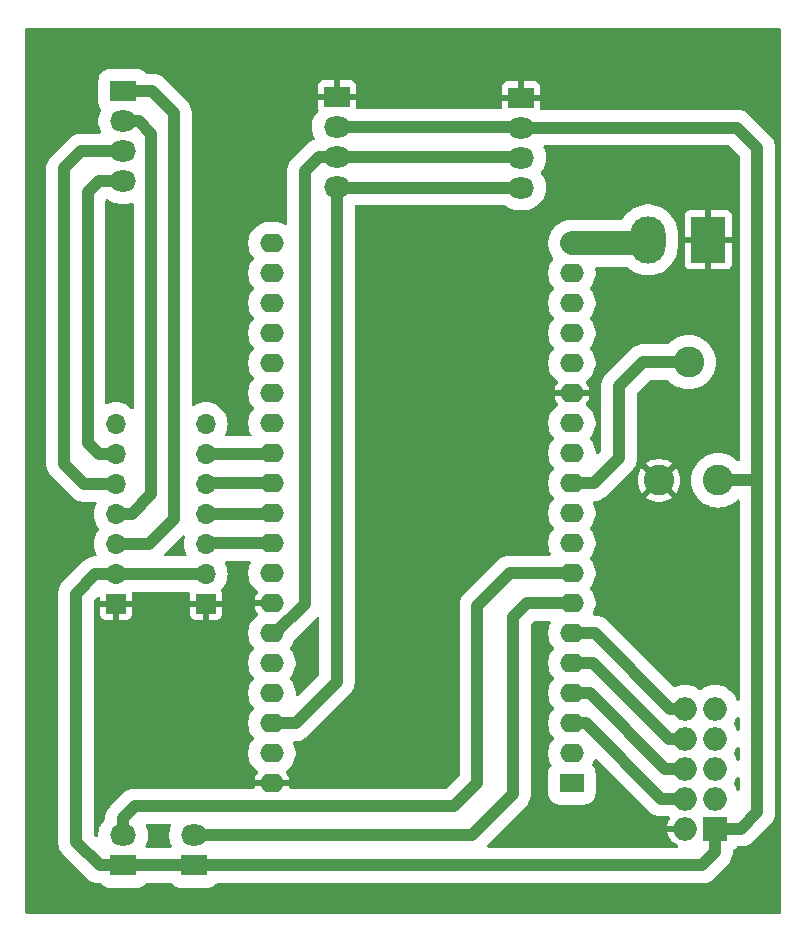
<source format=gbl>
%TF.GenerationSoftware,KiCad,Pcbnew,8.0.4*%
%TF.CreationDate,2025-05-09T12:29:35+02:00*%
%TF.ProjectId,carte_mere,63617274-655f-46d6-9572-652e6b696361,rev?*%
%TF.SameCoordinates,Original*%
%TF.FileFunction,Copper,L2,Bot*%
%TF.FilePolarity,Positive*%
%FSLAX46Y46*%
G04 Gerber Fmt 4.6, Leading zero omitted, Abs format (unit mm)*
G04 Created by KiCad (PCBNEW 8.0.4) date 2025-05-09 12:29:35*
%MOMM*%
%LPD*%
G01*
G04 APERTURE LIST*
%TA.AperFunction,ComponentPad*%
%ADD10R,2.200000X1.800000*%
%TD*%
%TA.AperFunction,ComponentPad*%
%ADD11O,2.200000X1.800000*%
%TD*%
%TA.AperFunction,ComponentPad*%
%ADD12R,3.000000X4.000000*%
%TD*%
%TA.AperFunction,ComponentPad*%
%ADD13O,3.000000X4.000000*%
%TD*%
%TA.AperFunction,ComponentPad*%
%ADD14C,2.600000*%
%TD*%
%TA.AperFunction,ComponentPad*%
%ADD15R,2.000000X2.000000*%
%TD*%
%TA.AperFunction,ComponentPad*%
%ADD16O,2.000000X2.000000*%
%TD*%
%TA.AperFunction,ComponentPad*%
%ADD17R,1.700000X1.700000*%
%TD*%
%TA.AperFunction,ComponentPad*%
%ADD18O,1.700000X1.700000*%
%TD*%
%TA.AperFunction,ComponentPad*%
%ADD19R,2.000000X1.600000*%
%TD*%
%TA.AperFunction,ComponentPad*%
%ADD20O,2.000000X1.600000*%
%TD*%
%TA.AperFunction,ViaPad*%
%ADD21C,3.000000*%
%TD*%
%TA.AperFunction,Conductor*%
%ADD22C,1.000000*%
%TD*%
%TA.AperFunction,Conductor*%
%ADD23C,2.000000*%
%TD*%
G04 APERTURE END LIST*
D10*
%TO.P,Autocom_LCD1,1,Pin_1*%
%TO.N,GND*%
X121100000Y-28030000D03*
D11*
%TO.P,Autocom_LCD1,2,Pin_2*%
%TO.N,3V3*%
X121100000Y-30570000D03*
%TO.P,Autocom_LCD1,3,Pin_3*%
%TO.N,Net-(Autocom_Couleur1-Pin_3)*%
X121100000Y-33110000D03*
%TO.P,Autocom_LCD1,4,Pin_4*%
%TO.N,Net-(Autocom_Couleur1-Pin_4)*%
X121100000Y-35650000D03*
%TD*%
D12*
%TO.P,J1,1,Pin_1*%
%TO.N,GND*%
X152540000Y-40150000D03*
D13*
%TO.P,J1,2,Pin_2*%
%TO.N,Net-(ESP32-5V)*%
X147460000Y-40150000D03*
%TD*%
D14*
%TO.P,Potar,1,1*%
%TO.N,3V3*%
X153375000Y-60510000D03*
%TO.P,Potar,2,2*%
%TO.N,Net-(ESP32-GPIO27)*%
X150875000Y-50510000D03*
%TO.P,Potar,3,3*%
%TO.N,GND*%
X148375000Y-60510000D03*
%TD*%
D10*
%TO.P,Autocom_Moteur1,1,Pin_1*%
%TO.N,Net-(Autocom_Moteur1-Pin_1)*%
X103015000Y-27570000D03*
D11*
%TO.P,Autocom_Moteur1,2,Pin_2*%
%TO.N,Net-(Autocom_Moteur1-Pin_2)*%
X103015000Y-30110000D03*
%TO.P,Autocom_Moteur1,3,Pin_3*%
%TO.N,Net-(Autocom_Moteur1-Pin_3)*%
X103015000Y-32650000D03*
%TO.P,Autocom_Moteur1,4,Pin_4*%
%TO.N,Net-(Autocom_Moteur1-Pin_4)*%
X103015000Y-35190000D03*
%TD*%
D10*
%TO.P,BP1,1,Pin_1*%
%TO.N,3V3*%
X103000000Y-93110000D03*
D11*
%TO.P,BP1,2,Pin_2*%
%TO.N,Net-(BP1-Pin_2)*%
X103000000Y-90570000D03*
%TD*%
D15*
%TO.P,J3,1,Pin_1*%
%TO.N,3V3*%
X153100000Y-90000000D03*
D16*
%TO.P,J3,2,Pin_2*%
%TO.N,GND*%
X150560000Y-90000000D03*
%TO.P,J3,3,Pin_3*%
%TO.N,unconnected-(J3-Pin_3-Pad3)*%
X153100000Y-87460000D03*
%TO.P,J3,4,Pin_4*%
%TO.N,CNY GE*%
X150560000Y-87460000D03*
%TO.P,J3,5,Pin_5*%
%TO.N,unconnected-(J3-Pin_5-Pad5)*%
X153100000Y-84920000D03*
%TO.P,J3,6,Pin_6*%
%TO.N,CNY GI*%
X150560000Y-84920000D03*
%TO.P,J3,7,Pin_7*%
%TO.N,unconnected-(J3-Pin_7-Pad7)*%
X153100000Y-82380000D03*
%TO.P,J3,8,Pin_8*%
%TO.N,CNY DI*%
X150560000Y-82380000D03*
%TO.P,J3,9,Pin_9*%
%TO.N,unconnected-(J3-Pin_9-Pad9)*%
X153100000Y-79840000D03*
%TO.P,J3,10,Pin_10*%
%TO.N,CNY DE*%
X150560000Y-79840000D03*
%TD*%
D17*
%TO.P,Pololu,1,GND*%
%TO.N,GND*%
X110000000Y-70990000D03*
D18*
%TO.P,Pololu,2,VCC/3.3V*%
%TO.N,3V3*%
X110000000Y-68450000D03*
%TO.P,Pololu,3,BIN2/BENABLE*%
%TO.N,Hacheur G*%
X110000000Y-65910000D03*
%TO.P,Pololu,4,BIN1/BPHASE*%
%TO.N,Hacheur PWM G*%
X110000000Y-63370000D03*
%TO.P,Pololu,5,AIN2/AENABLE*%
%TO.N,Hacheur D*%
X110000000Y-60830000D03*
%TO.P,Pololu,6,AIN1/APHASE*%
%TO.N,Hacheur PWM D*%
X110000000Y-58290000D03*
%TO.P,Pololu,7,MODE*%
%TO.N,unconnected-(Pololu1-MODE-Pad7)*%
X110000000Y-55750000D03*
%TO.P,Pololu,8,VMM*%
%TO.N,unconnected-(Pololu1-VMM-Pad8)*%
X102380000Y-55750000D03*
%TO.P,Pololu,9,AOUT1*%
%TO.N,Net-(Autocom_Moteur1-Pin_4)*%
X102380000Y-58290000D03*
%TO.P,Pololu,10,AOUT2*%
%TO.N,Net-(Autocom_Moteur1-Pin_3)*%
X102380000Y-60830000D03*
%TO.P,Pololu,11,BOUT1*%
%TO.N,Net-(Autocom_Moteur1-Pin_2)*%
X102380000Y-63370000D03*
%TO.P,Pololu,12,BOUT2*%
%TO.N,Net-(Autocom_Moteur1-Pin_1)*%
X102380000Y-65910000D03*
%TO.P,Pololu,13,VIN*%
%TO.N,3V3*%
X102380000Y-68450000D03*
D17*
%TO.P,Pololu,14,GND*%
%TO.N,GND*%
X102380000Y-70990000D03*
%TD*%
D19*
%TO.P,ESP32,1,3.3V*%
%TO.N,3V3*%
X141000000Y-86160000D03*
D20*
%TO.P,ESP32,2,EN*%
%TO.N,unconnected-(ESP32-EN-Pad2)*%
X141000000Y-83620000D03*
%TO.P,ESP32,3,VP*%
%TO.N,CNY GE*%
X141000000Y-81080000D03*
%TO.P,ESP32,4,VN*%
%TO.N,CNY GI*%
X141000000Y-78540000D03*
%TO.P,ESP32,5,GPIO34*%
%TO.N,CNY DI*%
X141000000Y-76000000D03*
%TO.P,ESP32,6,GPIO35*%
%TO.N,CNY DE*%
X141000000Y-73460000D03*
%TO.P,ESP32,7,GPIO32*%
%TO.N,Net-(BP0-Pin_2)*%
X141000000Y-70920000D03*
%TO.P,ESP32,8,GPIO33*%
%TO.N,Net-(BP1-Pin_2)*%
X141000000Y-68380000D03*
%TO.P,ESP32,9,GPIO25*%
%TO.N,unconnected-(ESP32-GPIO25-Pad9)*%
X141000000Y-65840000D03*
%TO.P,ESP32,10,GPIO26*%
%TO.N,unconnected-(ESP32-GPIO26-Pad10)*%
X141000000Y-63300000D03*
%TO.P,ESP32,11,GPIO27*%
%TO.N,Net-(ESP32-GPIO27)*%
X141000000Y-60760000D03*
%TO.P,ESP32,12,GPIO14*%
%TO.N,unconnected-(ESP32-GPIO14-Pad12)*%
X141000000Y-58220000D03*
%TO.P,ESP32,13,GPIO12*%
%TO.N,unconnected-(ESP32-GPIO12-Pad13)*%
X141000000Y-55680000D03*
%TO.P,ESP32,14,GND*%
%TO.N,GND*%
X141000000Y-53140000D03*
%TO.P,ESP32,15,GPIO13*%
%TO.N,unconnected-(ESP32-GPIO13-Pad15)*%
X141000000Y-50600000D03*
%TO.P,ESP32,16,D2_DNC*%
%TO.N,unconnected-(ESP32-D2_DNC-Pad16)*%
X141000000Y-48060000D03*
%TO.P,ESP32,17,D3_DNC*%
%TO.N,unconnected-(ESP32-D3_DNC-Pad17)*%
X141000000Y-45520000D03*
%TO.P,ESP32,18,CMD_DNC*%
%TO.N,unconnected-(ESP32-CMD_DNC-Pad18)*%
X141000000Y-42980000D03*
%TO.P,ESP32,19,5V*%
%TO.N,Net-(ESP32-5V)*%
X141000000Y-40440000D03*
%TO.P,ESP32,20,CLK_DNC*%
%TO.N,unconnected-(ESP32-CLK_DNC-Pad20)*%
X115600000Y-40440000D03*
%TO.P,ESP32,21,D0_DNC*%
%TO.N,unconnected-(ESP32-D0_DNC-Pad21)*%
X115600000Y-42980000D03*
%TO.P,ESP32,22,D1_DNC*%
%TO.N,unconnected-(ESP32-D1_DNC-Pad22)*%
X115600000Y-45520000D03*
%TO.P,ESP32,23,GPIO15*%
%TO.N,unconnected-(ESP32-GPIO15-Pad23)*%
X115600000Y-48060000D03*
%TO.P,ESP32,24,GPIO02*%
%TO.N,unconnected-(ESP32-GPIO02-Pad24)*%
X115600000Y-50600000D03*
%TO.P,ESP32,25,GPIO00*%
%TO.N,unconnected-(ESP32-GPIO00-Pad25)*%
X115600000Y-53140000D03*
%TO.P,ESP32,26,GPIO04*%
%TO.N,unconnected-(ESP32-GPIO04-Pad26)*%
X115600000Y-55680000D03*
%TO.P,ESP32,27,GPIO16*%
%TO.N,Hacheur PWM D*%
X115600000Y-58220000D03*
%TO.P,ESP32,28,GPIO17*%
%TO.N,Hacheur D*%
X115600000Y-60760000D03*
%TO.P,ESP32,29,GPIO05*%
%TO.N,Hacheur PWM G*%
X115600000Y-63300000D03*
%TO.P,ESP32,30,GPIO18*%
%TO.N,Hacheur G*%
X115600000Y-65840000D03*
%TO.P,ESP32,31,GPIO19*%
%TO.N,unconnected-(ESP32-GPIO19-Pad31)*%
X115600000Y-68380000D03*
%TO.P,ESP32,32,GND*%
%TO.N,GND*%
X115600000Y-70920000D03*
%TO.P,ESP32,33,GPIO21*%
%TO.N,Net-(Autocom_Couleur1-Pin_3)*%
X115600000Y-73460000D03*
%TO.P,ESP32,34,GPIO03*%
%TO.N,unconnected-(ESP32-GPIO03-Pad34)*%
X115600000Y-76000000D03*
%TO.P,ESP32,35,GPIO01*%
%TO.N,unconnected-(ESP32-GPIO01-Pad35)*%
X115600000Y-78540000D03*
%TO.P,ESP32,36,GPIO22*%
%TO.N,Net-(Autocom_Couleur1-Pin_4)*%
X115600000Y-81080000D03*
%TO.P,ESP32,37,GPIO23*%
%TO.N,unconnected-(ESP32-GPIO23-Pad37)*%
X115600000Y-83620000D03*
%TO.P,ESP32,38,GND*%
%TO.N,GND*%
X115600000Y-86160000D03*
%TD*%
D10*
%TO.P,BP0,1,Pin_1*%
%TO.N,3V3*%
X109000000Y-93110000D03*
D11*
%TO.P,BP0,2,Pin_2*%
%TO.N,Net-(BP0-Pin_2)*%
X109000000Y-90570000D03*
%TD*%
D10*
%TO.P,Autocom_Couleur1,1,Pin_1*%
%TO.N,GND*%
X136700000Y-28110000D03*
D11*
%TO.P,Autocom_Couleur1,2,Pin_2*%
%TO.N,3V3*%
X136700000Y-30650000D03*
%TO.P,Autocom_Couleur1,3,Pin_3*%
%TO.N,Net-(Autocom_Couleur1-Pin_3)*%
X136700000Y-33190000D03*
%TO.P,Autocom_Couleur1,4,Pin_4*%
%TO.N,Net-(Autocom_Couleur1-Pin_4)*%
X136700000Y-35730000D03*
%TD*%
D21*
%TO.N,GND*%
X111700000Y-47200000D03*
X104700000Y-80200000D03*
X148700000Y-72200000D03*
%TD*%
D22*
%TO.N,Net-(Autocom_Couleur1-Pin_4)*%
X121180000Y-35730000D02*
X121100000Y-35650000D01*
X121100000Y-35650000D02*
X121100000Y-77580000D01*
X136700000Y-35730000D02*
X121180000Y-35730000D01*
X136620000Y-35650000D02*
X136700000Y-35730000D01*
X117600000Y-81080000D02*
X115600000Y-81080000D01*
X121100000Y-77580000D02*
X117600000Y-81080000D01*
%TO.N,Net-(Autocom_Couleur1-Pin_3)*%
X115600000Y-73460000D02*
X115888427Y-73460000D01*
X119590000Y-33110000D02*
X121100000Y-33110000D01*
X115888427Y-73460000D02*
X118400000Y-70948427D01*
X121180000Y-33190000D02*
X121100000Y-33110000D01*
X118400000Y-70948427D02*
X118400000Y-34300000D01*
X118400000Y-34300000D02*
X119590000Y-33110000D01*
X121100000Y-33110000D02*
X136620000Y-33110000D01*
X136620000Y-33110000D02*
X136700000Y-33190000D01*
%TO.N,3V3*%
X156700000Y-88600000D02*
X155300000Y-90000000D01*
X102380000Y-68450000D02*
X100660000Y-68450000D01*
X101000000Y-93110000D02*
X99000000Y-91110000D01*
X136620000Y-30570000D02*
X136700000Y-30650000D01*
X121180000Y-30650000D02*
X121100000Y-30570000D01*
X110000000Y-68450000D02*
X102380000Y-68450000D01*
X99000000Y-91110000D02*
X99000000Y-70110000D01*
X109000000Y-93110000D02*
X103000000Y-93110000D01*
X103000000Y-93110000D02*
X101000000Y-93110000D01*
X139300000Y-93110000D02*
X109000000Y-93110000D01*
X151990000Y-93110000D02*
X153100000Y-92000000D01*
X136700000Y-30650000D02*
X154950000Y-30650000D01*
X121100000Y-30570000D02*
X136620000Y-30570000D01*
X153100000Y-92000000D02*
X153100000Y-90000000D01*
X156700000Y-59900000D02*
X156700000Y-88600000D01*
X139300000Y-93110000D02*
X151990000Y-93110000D01*
X156090000Y-60510000D02*
X153375000Y-60510000D01*
X156700000Y-32400000D02*
X156700000Y-59900000D01*
X155300000Y-90000000D02*
X153100000Y-90000000D01*
X153375000Y-60510000D02*
X156110000Y-60510000D01*
X100660000Y-68450000D02*
X99000000Y-70110000D01*
X154950000Y-30650000D02*
X156700000Y-32400000D01*
%TO.N,Net-(Autocom_Moteur1-Pin_4)*%
X100000000Y-57310000D02*
X100000000Y-36110000D01*
X100000000Y-36110000D02*
X100920000Y-35190000D01*
X102380000Y-58290000D02*
X100980000Y-58290000D01*
X100920000Y-35190000D02*
X103015000Y-35190000D01*
X100980000Y-58290000D02*
X100000000Y-57310000D01*
%TO.N,Net-(Autocom_Moteur1-Pin_1)*%
X102380000Y-65910000D02*
X105200000Y-65910000D01*
X105460000Y-27570000D02*
X103015000Y-27570000D01*
X107300000Y-29410000D02*
X105460000Y-27570000D01*
X105200000Y-65910000D02*
X107300000Y-63810000D01*
X107300000Y-63810000D02*
X107300000Y-29410000D01*
%TO.N,Net-(Autocom_Moteur1-Pin_3)*%
X98000000Y-34110000D02*
X98000000Y-59110000D01*
X99460000Y-32650000D02*
X98000000Y-34110000D01*
X102380000Y-60830000D02*
X99720000Y-60830000D01*
X98000000Y-59110000D02*
X99720000Y-60830000D01*
X103015000Y-32650000D02*
X99460000Y-32650000D01*
%TO.N,Net-(Autocom_Moteur1-Pin_2)*%
X105400000Y-61710000D02*
X103740000Y-63370000D01*
X103740000Y-63370000D02*
X102380000Y-63370000D01*
X104355000Y-30110000D02*
X105400000Y-31155000D01*
X105400000Y-31155000D02*
X105400000Y-61710000D01*
X103015000Y-30110000D02*
X104355000Y-30110000D01*
%TO.N,Net-(ESP32-GPIO27)*%
X145000000Y-58600000D02*
X142840000Y-60760000D01*
X145000000Y-52500000D02*
X145000000Y-58600000D01*
X146990000Y-50510000D02*
X145000000Y-52500000D01*
X142840000Y-60760000D02*
X141000000Y-60760000D01*
X150875000Y-50510000D02*
X146990000Y-50510000D01*
%TO.N,CNY GE*%
X141000000Y-81080000D02*
X142180000Y-81080000D01*
X142180000Y-81080000D02*
X148560000Y-87460000D01*
X148560000Y-87460000D02*
X150560000Y-87460000D01*
D23*
%TO.N,Net-(ESP32-5V)*%
X147170000Y-40440000D02*
X147460000Y-40150000D01*
X141000000Y-40440000D02*
X147170000Y-40440000D01*
D22*
%TO.N,CNY GI*%
X142540000Y-78540000D02*
X141000000Y-78540000D01*
X150560000Y-84920000D02*
X148920000Y-84920000D01*
X148920000Y-84920000D02*
X142540000Y-78540000D01*
%TO.N,CNY DI*%
X149180000Y-82380000D02*
X150560000Y-82380000D01*
X141000000Y-76000000D02*
X142800000Y-76000000D01*
X142800000Y-76000000D02*
X149180000Y-82380000D01*
%TO.N,Hacheur PWM G*%
X110000000Y-63370000D02*
X115530000Y-63370000D01*
X115530000Y-63370000D02*
X115600000Y-63300000D01*
X110070000Y-63300000D02*
X110000000Y-63370000D01*
%TO.N,CNY DE*%
X142960000Y-73460000D02*
X149340000Y-79840000D01*
X141000000Y-73460000D02*
X142960000Y-73460000D01*
X149340000Y-79840000D02*
X150560000Y-79840000D01*
%TO.N,Hacheur G*%
X110070000Y-65840000D02*
X110000000Y-65910000D01*
X115600000Y-65840000D02*
X110070000Y-65840000D01*
X109870000Y-65840000D02*
X109800000Y-65910000D01*
%TO.N,Hacheur PWM D*%
X110000000Y-58290000D02*
X115530000Y-58290000D01*
X109870000Y-58220000D02*
X109800000Y-58290000D01*
X115530000Y-58290000D02*
X115600000Y-58220000D01*
%TO.N,Hacheur D*%
X115600000Y-60760000D02*
X110070000Y-60760000D01*
X109870000Y-60760000D02*
X109800000Y-60830000D01*
X110070000Y-60760000D02*
X110000000Y-60830000D01*
%TO.N,Net-(BP0-Pin_2)*%
X132540000Y-90570000D02*
X136000000Y-87110000D01*
X109000000Y-90570000D02*
X132540000Y-90570000D01*
X136000000Y-87110000D02*
X136000000Y-72110000D01*
X136000000Y-72110000D02*
X137190000Y-70920000D01*
X137190000Y-70920000D02*
X141000000Y-70920000D01*
%TO.N,Net-(BP1-Pin_2)*%
X104000000Y-88110000D02*
X131000000Y-88110000D01*
X133000000Y-86110000D02*
X133000000Y-71110000D01*
X131000000Y-88110000D02*
X133000000Y-86110000D01*
X103000000Y-90570000D02*
X103000000Y-89110000D01*
X133000000Y-71110000D02*
X135730000Y-68380000D01*
X135730000Y-68380000D02*
X141000000Y-68380000D01*
X103000000Y-89110000D02*
X104000000Y-88110000D01*
%TD*%
%TA.AperFunction,Conductor*%
%TO.N,GND*%
G36*
X139173382Y-72440185D02*
G01*
X139219137Y-72492989D01*
X139229081Y-72562147D01*
X139213730Y-72606500D01*
X139181719Y-72661943D01*
X139181714Y-72661954D01*
X139091394Y-72880006D01*
X139030306Y-73107989D01*
X138999501Y-73341979D01*
X138999500Y-73341995D01*
X138999500Y-73578004D01*
X138999501Y-73578020D01*
X139030306Y-73812010D01*
X139091394Y-74039993D01*
X139181714Y-74258045D01*
X139181719Y-74258056D01*
X139252677Y-74380957D01*
X139299727Y-74462450D01*
X139299729Y-74462453D01*
X139299730Y-74462454D01*
X139445879Y-74652920D01*
X139444720Y-74653808D01*
X139471537Y-74711662D01*
X139461983Y-74780876D01*
X139445385Y-74806701D01*
X139445879Y-74807080D01*
X139299730Y-74997545D01*
X139181719Y-75201943D01*
X139181714Y-75201954D01*
X139091394Y-75420006D01*
X139030306Y-75647989D01*
X138999501Y-75881979D01*
X138999500Y-75881995D01*
X138999500Y-76118004D01*
X138999501Y-76118020D01*
X139030306Y-76352010D01*
X139091394Y-76579993D01*
X139181714Y-76798045D01*
X139181719Y-76798056D01*
X139244682Y-76907110D01*
X139299727Y-77002450D01*
X139299729Y-77002453D01*
X139299730Y-77002454D01*
X139445879Y-77192920D01*
X139444720Y-77193808D01*
X139471537Y-77251662D01*
X139461983Y-77320876D01*
X139445385Y-77346701D01*
X139445879Y-77347080D01*
X139299730Y-77537545D01*
X139181719Y-77741943D01*
X139181714Y-77741954D01*
X139091394Y-77960006D01*
X139030306Y-78187989D01*
X138999501Y-78421979D01*
X138999500Y-78421995D01*
X138999500Y-78658004D01*
X138999501Y-78658020D01*
X139030306Y-78892010D01*
X139091394Y-79119993D01*
X139181714Y-79338045D01*
X139181719Y-79338056D01*
X139252677Y-79460957D01*
X139299727Y-79542450D01*
X139299729Y-79542453D01*
X139299730Y-79542454D01*
X139445879Y-79732920D01*
X139444720Y-79733808D01*
X139471537Y-79791662D01*
X139461983Y-79860876D01*
X139445385Y-79886701D01*
X139445879Y-79887080D01*
X139299730Y-80077545D01*
X139181719Y-80281943D01*
X139181714Y-80281954D01*
X139091394Y-80500006D01*
X139030306Y-80727989D01*
X138999501Y-80961979D01*
X138999500Y-80961995D01*
X138999500Y-81198004D01*
X138999501Y-81198020D01*
X139030306Y-81432010D01*
X139091394Y-81659993D01*
X139181714Y-81878045D01*
X139181719Y-81878056D01*
X139252677Y-82000957D01*
X139299727Y-82082450D01*
X139299729Y-82082453D01*
X139299730Y-82082454D01*
X139445879Y-82272920D01*
X139444720Y-82273808D01*
X139471537Y-82331662D01*
X139461983Y-82400876D01*
X139445385Y-82426701D01*
X139445879Y-82427080D01*
X139299730Y-82617545D01*
X139181719Y-82821943D01*
X139181714Y-82821954D01*
X139091394Y-83040006D01*
X139030306Y-83267989D01*
X138999501Y-83501979D01*
X138999500Y-83501995D01*
X138999500Y-83738004D01*
X138999501Y-83738020D01*
X139012359Y-83835690D01*
X139030307Y-83972014D01*
X139074074Y-84135355D01*
X139091394Y-84199993D01*
X139181714Y-84418045D01*
X139181719Y-84418056D01*
X139261406Y-84556077D01*
X139277879Y-84623977D01*
X139255026Y-84690004D01*
X139250121Y-84696437D01*
X139160305Y-84806587D01*
X139066089Y-84986954D01*
X139010114Y-85182583D01*
X139010113Y-85182586D01*
X138999500Y-85301966D01*
X138999500Y-87018028D01*
X138999501Y-87018034D01*
X139010113Y-87137415D01*
X139066089Y-87333045D01*
X139066090Y-87333048D01*
X139066091Y-87333049D01*
X139160302Y-87513407D01*
X139160304Y-87513409D01*
X139288890Y-87671109D01*
X139307148Y-87685996D01*
X139446593Y-87799698D01*
X139626951Y-87893909D01*
X139822582Y-87949886D01*
X139941963Y-87960500D01*
X142058036Y-87960499D01*
X142177418Y-87949886D01*
X142373049Y-87893909D01*
X142553407Y-87799698D01*
X142711109Y-87671109D01*
X142839698Y-87513407D01*
X142933909Y-87333049D01*
X142989886Y-87137418D01*
X143000500Y-87018037D01*
X143000499Y-85301964D01*
X142989886Y-85182582D01*
X142933909Y-84986951D01*
X142839698Y-84806593D01*
X142749877Y-84696436D01*
X142722769Y-84632042D01*
X142734778Y-84563212D01*
X142738579Y-84556100D01*
X142818284Y-84418049D01*
X142908606Y-84199993D01*
X142909940Y-84195013D01*
X142946300Y-84135355D01*
X143009145Y-84104822D01*
X143078521Y-84113113D01*
X143117395Y-84139422D01*
X147582490Y-88604518D01*
X147694630Y-88685992D01*
X147773567Y-88743343D01*
X147872991Y-88794002D01*
X147984003Y-88850566D01*
X147984005Y-88850566D01*
X147984008Y-88850568D01*
X148104412Y-88889689D01*
X148208631Y-88923553D01*
X148441903Y-88960500D01*
X148441908Y-88960500D01*
X148441909Y-88960500D01*
X148678092Y-88960500D01*
X149184977Y-88960500D01*
X149252016Y-88980185D01*
X149259281Y-88985228D01*
X149281631Y-89001959D01*
X149323502Y-89057893D01*
X149328486Y-89127585D01*
X149311129Y-89169047D01*
X149236267Y-89283631D01*
X149136411Y-89511283D01*
X149075960Y-89750000D01*
X150126988Y-89750000D01*
X150094075Y-89807007D01*
X150060000Y-89934174D01*
X150060000Y-90065826D01*
X150094075Y-90192993D01*
X150126988Y-90250000D01*
X149075960Y-90250000D01*
X149136411Y-90488716D01*
X149236267Y-90716367D01*
X149372232Y-90924478D01*
X149540592Y-91107364D01*
X149540602Y-91107373D01*
X149736762Y-91260051D01*
X149736771Y-91260057D01*
X149951838Y-91376445D01*
X150001429Y-91425664D01*
X150016537Y-91493881D01*
X149992367Y-91559437D01*
X149936591Y-91601518D01*
X149892821Y-91609500D01*
X133921889Y-91609500D01*
X133854850Y-91589815D01*
X133809095Y-91537011D01*
X133799151Y-91467853D01*
X133828176Y-91404297D01*
X133834208Y-91397819D01*
X135482027Y-89750000D01*
X137144517Y-88087510D01*
X137283343Y-87896434D01*
X137390568Y-87685992D01*
X137463553Y-87461368D01*
X137483877Y-87333049D01*
X137500500Y-87228097D01*
X137500500Y-72782889D01*
X137520185Y-72715850D01*
X137536819Y-72695208D01*
X137775208Y-72456819D01*
X137836531Y-72423334D01*
X137862889Y-72420500D01*
X139106343Y-72420500D01*
X139173382Y-72440185D01*
G37*
%TD.AperFunction*%
%TA.AperFunction,Conductor*%
G36*
X113773382Y-67360185D02*
G01*
X113819137Y-67412989D01*
X113829081Y-67482147D01*
X113813730Y-67526500D01*
X113781719Y-67581943D01*
X113781714Y-67581954D01*
X113691394Y-67800006D01*
X113630306Y-68027989D01*
X113599501Y-68261979D01*
X113599500Y-68261995D01*
X113599500Y-68498004D01*
X113599501Y-68498020D01*
X113630306Y-68732010D01*
X113691394Y-68959993D01*
X113781714Y-69178045D01*
X113781719Y-69178056D01*
X113852677Y-69300957D01*
X113899727Y-69382450D01*
X113899729Y-69382453D01*
X113899730Y-69382454D01*
X114043406Y-69569697D01*
X114043412Y-69569704D01*
X114210295Y-69736587D01*
X114210302Y-69736593D01*
X114400631Y-69882638D01*
X114441834Y-69939066D01*
X114445989Y-70008812D01*
X114412832Y-70068690D01*
X114408415Y-70073106D01*
X114288140Y-70238650D01*
X114195244Y-70420970D01*
X114132009Y-70615586D01*
X114123391Y-70670000D01*
X115166988Y-70670000D01*
X115134075Y-70727007D01*
X115100000Y-70854174D01*
X115100000Y-70985826D01*
X115134075Y-71112993D01*
X115166988Y-71170000D01*
X114123391Y-71170000D01*
X114132009Y-71224413D01*
X114195244Y-71419029D01*
X114288140Y-71601349D01*
X114408417Y-71766894D01*
X114408417Y-71766895D01*
X114412826Y-71771304D01*
X114446311Y-71832627D01*
X114441327Y-71902319D01*
X114400632Y-71957361D01*
X114210295Y-72103412D01*
X114043412Y-72270295D01*
X114043406Y-72270302D01*
X113899730Y-72457545D01*
X113781719Y-72661943D01*
X113781714Y-72661954D01*
X113691394Y-72880006D01*
X113630306Y-73107989D01*
X113599501Y-73341979D01*
X113599500Y-73341995D01*
X113599500Y-73578004D01*
X113599501Y-73578020D01*
X113630306Y-73812010D01*
X113691394Y-74039993D01*
X113781714Y-74258045D01*
X113781719Y-74258056D01*
X113852677Y-74380957D01*
X113899727Y-74462450D01*
X113899729Y-74462453D01*
X113899730Y-74462454D01*
X114045879Y-74652920D01*
X114044720Y-74653808D01*
X114071537Y-74711662D01*
X114061983Y-74780876D01*
X114045385Y-74806701D01*
X114045879Y-74807080D01*
X113899730Y-74997545D01*
X113781719Y-75201943D01*
X113781714Y-75201954D01*
X113691394Y-75420006D01*
X113630306Y-75647989D01*
X113599501Y-75881979D01*
X113599500Y-75881995D01*
X113599500Y-76118004D01*
X113599501Y-76118020D01*
X113630306Y-76352010D01*
X113691394Y-76579993D01*
X113781714Y-76798045D01*
X113781719Y-76798056D01*
X113844682Y-76907110D01*
X113899727Y-77002450D01*
X113899729Y-77002453D01*
X113899730Y-77002454D01*
X114045879Y-77192920D01*
X114044720Y-77193808D01*
X114071537Y-77251662D01*
X114061983Y-77320876D01*
X114045385Y-77346701D01*
X114045879Y-77347080D01*
X113899730Y-77537545D01*
X113781719Y-77741943D01*
X113781714Y-77741954D01*
X113691394Y-77960006D01*
X113630306Y-78187989D01*
X113599501Y-78421979D01*
X113599500Y-78421995D01*
X113599500Y-78658004D01*
X113599501Y-78658020D01*
X113630306Y-78892010D01*
X113691394Y-79119993D01*
X113781714Y-79338045D01*
X113781719Y-79338056D01*
X113852677Y-79460957D01*
X113899727Y-79542450D01*
X113899729Y-79542453D01*
X113899730Y-79542454D01*
X114045879Y-79732920D01*
X114044720Y-79733808D01*
X114071537Y-79791662D01*
X114061983Y-79860876D01*
X114045385Y-79886701D01*
X114045879Y-79887080D01*
X113899730Y-80077545D01*
X113781719Y-80281943D01*
X113781714Y-80281954D01*
X113691394Y-80500006D01*
X113630306Y-80727989D01*
X113599501Y-80961979D01*
X113599500Y-80961995D01*
X113599500Y-81198004D01*
X113599501Y-81198020D01*
X113630306Y-81432010D01*
X113691394Y-81659993D01*
X113781714Y-81878045D01*
X113781719Y-81878056D01*
X113852677Y-82000957D01*
X113899727Y-82082450D01*
X113899729Y-82082453D01*
X113899730Y-82082454D01*
X114045879Y-82272920D01*
X114044720Y-82273808D01*
X114071537Y-82331662D01*
X114061983Y-82400876D01*
X114045385Y-82426701D01*
X114045879Y-82427080D01*
X113899730Y-82617545D01*
X113781719Y-82821943D01*
X113781714Y-82821954D01*
X113691394Y-83040006D01*
X113630306Y-83267989D01*
X113599501Y-83501979D01*
X113599500Y-83501995D01*
X113599500Y-83738004D01*
X113599501Y-83738020D01*
X113612359Y-83835690D01*
X113630307Y-83972014D01*
X113674074Y-84135355D01*
X113691394Y-84199993D01*
X113781714Y-84418045D01*
X113781719Y-84418056D01*
X113852677Y-84540957D01*
X113899727Y-84622450D01*
X113899729Y-84622453D01*
X113899730Y-84622454D01*
X114043406Y-84809697D01*
X114043412Y-84809704D01*
X114210295Y-84976587D01*
X114210302Y-84976593D01*
X114400631Y-85122638D01*
X114441834Y-85179066D01*
X114445989Y-85248812D01*
X114412832Y-85308690D01*
X114408415Y-85313106D01*
X114288140Y-85478650D01*
X114195244Y-85660970D01*
X114132009Y-85855586D01*
X114123391Y-85910000D01*
X115166988Y-85910000D01*
X115134075Y-85967007D01*
X115100000Y-86094174D01*
X115100000Y-86225826D01*
X115134075Y-86352993D01*
X115166988Y-86410000D01*
X114123391Y-86410000D01*
X114132277Y-86466101D01*
X114123323Y-86535395D01*
X114078327Y-86588847D01*
X114011575Y-86609487D01*
X114009804Y-86609500D01*
X103881903Y-86609500D01*
X103648631Y-86646446D01*
X103424003Y-86719433D01*
X103213563Y-86826659D01*
X103022496Y-86965476D01*
X103022491Y-86965480D01*
X101855485Y-88132487D01*
X101855484Y-88132488D01*
X101716657Y-88323565D01*
X101609433Y-88534003D01*
X101536446Y-88758631D01*
X101499500Y-88991902D01*
X101499500Y-89131423D01*
X101479815Y-89198462D01*
X101463181Y-89219104D01*
X101368066Y-89314218D01*
X101368060Y-89314225D01*
X101216400Y-89511873D01*
X101091837Y-89727623D01*
X101091830Y-89727638D01*
X100996498Y-89957792D01*
X100932017Y-90198438D01*
X100899501Y-90445424D01*
X100899500Y-90445441D01*
X100899500Y-90588111D01*
X100879815Y-90655150D01*
X100827011Y-90700905D01*
X100757853Y-90710849D01*
X100694297Y-90681824D01*
X100687819Y-90675792D01*
X100536819Y-90524792D01*
X100503334Y-90463469D01*
X100500500Y-90437111D01*
X100500500Y-70782889D01*
X100520185Y-70715850D01*
X100536819Y-70695208D01*
X100818319Y-70413708D01*
X100879642Y-70380223D01*
X100949334Y-70385207D01*
X101005267Y-70427079D01*
X101029684Y-70492543D01*
X101030000Y-70501389D01*
X101030000Y-70740000D01*
X101946988Y-70740000D01*
X101914075Y-70797007D01*
X101880000Y-70924174D01*
X101880000Y-71055826D01*
X101914075Y-71182993D01*
X101946988Y-71240000D01*
X101030000Y-71240000D01*
X101030000Y-71887844D01*
X101036401Y-71947372D01*
X101036403Y-71947379D01*
X101086645Y-72082086D01*
X101086649Y-72082093D01*
X101172809Y-72197187D01*
X101172812Y-72197190D01*
X101287906Y-72283350D01*
X101287913Y-72283354D01*
X101422620Y-72333596D01*
X101422627Y-72333598D01*
X101482155Y-72339999D01*
X101482172Y-72340000D01*
X102130000Y-72340000D01*
X102130000Y-71423012D01*
X102187007Y-71455925D01*
X102314174Y-71490000D01*
X102445826Y-71490000D01*
X102572993Y-71455925D01*
X102630000Y-71423012D01*
X102630000Y-72340000D01*
X103277828Y-72340000D01*
X103277844Y-72339999D01*
X103337372Y-72333598D01*
X103337379Y-72333596D01*
X103472086Y-72283354D01*
X103472093Y-72283350D01*
X103587187Y-72197190D01*
X103587190Y-72197187D01*
X103673350Y-72082093D01*
X103673354Y-72082086D01*
X103723596Y-71947379D01*
X103723598Y-71947372D01*
X103729999Y-71887844D01*
X103730000Y-71887827D01*
X103730000Y-71240000D01*
X102813012Y-71240000D01*
X102845925Y-71182993D01*
X102880000Y-71055826D01*
X102880000Y-70924174D01*
X102845925Y-70797007D01*
X102813012Y-70740000D01*
X103730000Y-70740000D01*
X103730000Y-70092172D01*
X103729999Y-70092158D01*
X103729526Y-70087757D01*
X103741930Y-70018997D01*
X103789540Y-69967859D01*
X103852815Y-69950500D01*
X108527185Y-69950500D01*
X108594224Y-69970185D01*
X108639979Y-70022989D01*
X108650474Y-70087757D01*
X108650000Y-70092158D01*
X108650000Y-70740000D01*
X109566988Y-70740000D01*
X109534075Y-70797007D01*
X109500000Y-70924174D01*
X109500000Y-71055826D01*
X109534075Y-71182993D01*
X109566988Y-71240000D01*
X108650000Y-71240000D01*
X108650000Y-71887844D01*
X108656401Y-71947372D01*
X108656403Y-71947379D01*
X108706645Y-72082086D01*
X108706649Y-72082093D01*
X108792809Y-72197187D01*
X108792812Y-72197190D01*
X108907906Y-72283350D01*
X108907913Y-72283354D01*
X109042620Y-72333596D01*
X109042627Y-72333598D01*
X109102155Y-72339999D01*
X109102172Y-72340000D01*
X109750000Y-72340000D01*
X109750000Y-71423012D01*
X109807007Y-71455925D01*
X109934174Y-71490000D01*
X110065826Y-71490000D01*
X110192993Y-71455925D01*
X110250000Y-71423012D01*
X110250000Y-72340000D01*
X110897828Y-72340000D01*
X110897844Y-72339999D01*
X110957372Y-72333598D01*
X110957379Y-72333596D01*
X111092086Y-72283354D01*
X111092093Y-72283350D01*
X111207187Y-72197190D01*
X111207190Y-72197187D01*
X111293350Y-72082093D01*
X111293354Y-72082086D01*
X111343596Y-71947379D01*
X111343598Y-71947372D01*
X111349999Y-71887844D01*
X111350000Y-71887827D01*
X111350000Y-71240000D01*
X110433012Y-71240000D01*
X110465925Y-71182993D01*
X110500000Y-71055826D01*
X110500000Y-70924174D01*
X110465925Y-70797007D01*
X110433012Y-70740000D01*
X111350000Y-70740000D01*
X111350000Y-70092172D01*
X111349999Y-70092155D01*
X111343598Y-70032627D01*
X111343597Y-70032623D01*
X111290253Y-69889602D01*
X111291780Y-69889032D01*
X111279099Y-69830735D01*
X111303515Y-69765270D01*
X111315096Y-69751905D01*
X111402087Y-69664915D01*
X111560716Y-69453011D01*
X111687574Y-69220689D01*
X111780077Y-68972678D01*
X111836343Y-68714026D01*
X111855227Y-68450000D01*
X111836343Y-68185974D01*
X111780077Y-67927322D01*
X111687574Y-67679311D01*
X111634413Y-67581954D01*
X111602728Y-67523927D01*
X111587876Y-67455654D01*
X111612293Y-67390190D01*
X111668226Y-67348318D01*
X111711560Y-67340500D01*
X113706343Y-67340500D01*
X113773382Y-67360185D01*
G37*
%TD.AperFunction*%
%TA.AperFunction,Conductor*%
G36*
X154344150Y-32170185D02*
G01*
X154364792Y-32186819D01*
X155163181Y-32985208D01*
X155196666Y-33046531D01*
X155199500Y-33072889D01*
X155199500Y-58776542D01*
X155179815Y-58843581D01*
X155127011Y-58889336D01*
X155057853Y-58899280D01*
X154994297Y-58870255D01*
X154993741Y-58869770D01*
X154778459Y-58680973D01*
X154527720Y-58513435D01*
X154527713Y-58513431D01*
X154257268Y-58380062D01*
X154257247Y-58380053D01*
X153971698Y-58283122D01*
X153971692Y-58283120D01*
X153971691Y-58283120D01*
X153971689Y-58283119D01*
X153971683Y-58283118D01*
X153675930Y-58224288D01*
X153675921Y-58224287D01*
X153675920Y-58224287D01*
X153375000Y-58204564D01*
X153074080Y-58224287D01*
X153074079Y-58224287D01*
X153074069Y-58224288D01*
X152778316Y-58283118D01*
X152778301Y-58283122D01*
X152492752Y-58380053D01*
X152492731Y-58380062D01*
X152222286Y-58513431D01*
X152222279Y-58513435D01*
X151971540Y-58680973D01*
X151744810Y-58879810D01*
X151545973Y-59106540D01*
X151378435Y-59357279D01*
X151378431Y-59357286D01*
X151245062Y-59627731D01*
X151245053Y-59627752D01*
X151148122Y-59913301D01*
X151148118Y-59913316D01*
X151089288Y-60209069D01*
X151089287Y-60209081D01*
X151069564Y-60510000D01*
X151089287Y-60810918D01*
X151089288Y-60810930D01*
X151148118Y-61106683D01*
X151148122Y-61106698D01*
X151245053Y-61392247D01*
X151245062Y-61392268D01*
X151378431Y-61662713D01*
X151378435Y-61662720D01*
X151545973Y-61913459D01*
X151744810Y-62140189D01*
X151971540Y-62339026D01*
X152222279Y-62506564D01*
X152222286Y-62506568D01*
X152492731Y-62639937D01*
X152492736Y-62639939D01*
X152492748Y-62639945D01*
X152778309Y-62736880D01*
X152978251Y-62776651D01*
X153074069Y-62795711D01*
X153074070Y-62795711D01*
X153074080Y-62795713D01*
X153375000Y-62815436D01*
X153675920Y-62795713D01*
X153971691Y-62736880D01*
X154257252Y-62639945D01*
X154527718Y-62506566D01*
X154778461Y-62339025D01*
X154993354Y-62150568D01*
X154993741Y-62150229D01*
X155057123Y-62120826D01*
X155126339Y-62130358D01*
X155179415Y-62175798D01*
X155199498Y-62242719D01*
X155199500Y-62243457D01*
X155199500Y-79057213D01*
X155179815Y-79124252D01*
X155127011Y-79170007D01*
X155057853Y-79179951D01*
X154994297Y-79150926D01*
X154959318Y-79100547D01*
X154924367Y-79006839D01*
X154861665Y-78892010D01*
X154787229Y-78755690D01*
X154787224Y-78755682D01*
X154615745Y-78526612D01*
X154615729Y-78526594D01*
X154413405Y-78324270D01*
X154413387Y-78324254D01*
X154184317Y-78152775D01*
X154184309Y-78152770D01*
X153933166Y-78015635D01*
X153933167Y-78015635D01*
X153784022Y-77960007D01*
X153665046Y-77915631D01*
X153665043Y-77915630D01*
X153665037Y-77915628D01*
X153385433Y-77854804D01*
X153100001Y-77834390D01*
X153099999Y-77834390D01*
X152814566Y-77854804D01*
X152534962Y-77915628D01*
X152266833Y-78015635D01*
X152015690Y-78152770D01*
X151904310Y-78236148D01*
X151838845Y-78260564D01*
X151770572Y-78245712D01*
X151755690Y-78236148D01*
X151691353Y-78187986D01*
X151644315Y-78152774D01*
X151644312Y-78152772D01*
X151644309Y-78152770D01*
X151393166Y-78015635D01*
X151393167Y-78015635D01*
X151244022Y-77960007D01*
X151125046Y-77915631D01*
X151125043Y-77915630D01*
X151125037Y-77915628D01*
X150845433Y-77854804D01*
X150560001Y-77834390D01*
X150559999Y-77834390D01*
X150274566Y-77854804D01*
X149994960Y-77915629D01*
X149994955Y-77915630D01*
X149994954Y-77915631D01*
X149952762Y-77931368D01*
X149736551Y-78012010D01*
X149666860Y-78016994D01*
X149605537Y-77983509D01*
X143937512Y-72315485D01*
X143937511Y-72315484D01*
X143893288Y-72283354D01*
X143746434Y-72176657D01*
X143716628Y-72161470D01*
X143535996Y-72069433D01*
X143311368Y-71996446D01*
X143078097Y-71959500D01*
X143078092Y-71959500D01*
X142893657Y-71959500D01*
X142826618Y-71939815D01*
X142780863Y-71887011D01*
X142770919Y-71817853D01*
X142786270Y-71773500D01*
X142818280Y-71718056D01*
X142818280Y-71718055D01*
X142818284Y-71718049D01*
X142908606Y-71499993D01*
X142969693Y-71272014D01*
X143000500Y-71038011D01*
X143000500Y-70801989D01*
X142969693Y-70567986D01*
X142908606Y-70340007D01*
X142818284Y-70121951D01*
X142818282Y-70121948D01*
X142818280Y-70121943D01*
X142752963Y-70008812D01*
X142700273Y-69917550D01*
X142633658Y-69830735D01*
X142554121Y-69727080D01*
X142555286Y-69726185D01*
X142528469Y-69668381D01*
X142537998Y-69599165D01*
X142554619Y-69573302D01*
X142554121Y-69572920D01*
X142646128Y-69453013D01*
X142700273Y-69382450D01*
X142818284Y-69178049D01*
X142908606Y-68959993D01*
X142969693Y-68732014D01*
X143000500Y-68498011D01*
X143000500Y-68261989D01*
X142969693Y-68027986D01*
X142908606Y-67800007D01*
X142818284Y-67581951D01*
X142818282Y-67581948D01*
X142818280Y-67581943D01*
X142745366Y-67455654D01*
X142700273Y-67377550D01*
X142591262Y-67235484D01*
X142554121Y-67187080D01*
X142555286Y-67186185D01*
X142528469Y-67128381D01*
X142537998Y-67059165D01*
X142554619Y-67033302D01*
X142554121Y-67032920D01*
X142624130Y-66941682D01*
X142700273Y-66842450D01*
X142818284Y-66638049D01*
X142908606Y-66419993D01*
X142969693Y-66192014D01*
X143000500Y-65958011D01*
X143000500Y-65721989D01*
X142969693Y-65487986D01*
X142908606Y-65260007D01*
X142818284Y-65041951D01*
X142818282Y-65041948D01*
X142818280Y-65041943D01*
X142776118Y-64968918D01*
X142700273Y-64837550D01*
X142590956Y-64695085D01*
X142554121Y-64647080D01*
X142555286Y-64646185D01*
X142528469Y-64588381D01*
X142537998Y-64519165D01*
X142554619Y-64493302D01*
X142554121Y-64492920D01*
X142646128Y-64373013D01*
X142700273Y-64302450D01*
X142818284Y-64098049D01*
X142908606Y-63879993D01*
X142969693Y-63652014D01*
X143000500Y-63418011D01*
X143000500Y-63181989D01*
X142969693Y-62947986D01*
X142908606Y-62720007D01*
X142818284Y-62501951D01*
X142818282Y-62501948D01*
X142818280Y-62501943D01*
X142786270Y-62446500D01*
X142769797Y-62378600D01*
X142792650Y-62312573D01*
X142847571Y-62269382D01*
X142893657Y-62260500D01*
X142958097Y-62260500D01*
X143191368Y-62223553D01*
X143200561Y-62220566D01*
X143415992Y-62150568D01*
X143626434Y-62043343D01*
X143817510Y-61904517D01*
X145212032Y-60509995D01*
X146569953Y-60509995D01*
X146569953Y-60510004D01*
X146590113Y-60779026D01*
X146590113Y-60779028D01*
X146650142Y-61042033D01*
X146650148Y-61042052D01*
X146748709Y-61293181D01*
X146748708Y-61293181D01*
X146883602Y-61526822D01*
X146937294Y-61594151D01*
X147810387Y-60721057D01*
X147815889Y-60741591D01*
X147894881Y-60878408D01*
X148006592Y-60990119D01*
X148143409Y-61069111D01*
X148163940Y-61074612D01*
X147289848Y-61948702D01*
X147472483Y-62073220D01*
X147472485Y-62073221D01*
X147715539Y-62190269D01*
X147715537Y-62190269D01*
X147973337Y-62269790D01*
X147973343Y-62269792D01*
X148240101Y-62309999D01*
X148240110Y-62310000D01*
X148509890Y-62310000D01*
X148509898Y-62309999D01*
X148776656Y-62269792D01*
X148776662Y-62269790D01*
X149034461Y-62190269D01*
X149277521Y-62073218D01*
X149460150Y-61948702D01*
X148586059Y-61074612D01*
X148606591Y-61069111D01*
X148743408Y-60990119D01*
X148855119Y-60878408D01*
X148934111Y-60741591D01*
X148939612Y-60721059D01*
X149812703Y-61594151D01*
X149812704Y-61594150D01*
X149866393Y-61526828D01*
X149866400Y-61526817D01*
X150001290Y-61293181D01*
X150099851Y-61042052D01*
X150099857Y-61042033D01*
X150159886Y-60779028D01*
X150159886Y-60779026D01*
X150180047Y-60510004D01*
X150180047Y-60509995D01*
X150159886Y-60240973D01*
X150159886Y-60240971D01*
X150099857Y-59977966D01*
X150099851Y-59977947D01*
X150001290Y-59726818D01*
X150001291Y-59726818D01*
X149866397Y-59493177D01*
X149812704Y-59425847D01*
X148939612Y-60298939D01*
X148934111Y-60278409D01*
X148855119Y-60141592D01*
X148743408Y-60029881D01*
X148606591Y-59950889D01*
X148586059Y-59945387D01*
X149460150Y-59071296D01*
X149277517Y-58946779D01*
X149277516Y-58946778D01*
X149034460Y-58829730D01*
X149034462Y-58829730D01*
X148776662Y-58750209D01*
X148776656Y-58750207D01*
X148509898Y-58710000D01*
X148240101Y-58710000D01*
X147973343Y-58750207D01*
X147973337Y-58750209D01*
X147715538Y-58829730D01*
X147472485Y-58946778D01*
X147472476Y-58946783D01*
X147289848Y-59071296D01*
X148163940Y-59945387D01*
X148143409Y-59950889D01*
X148006592Y-60029881D01*
X147894881Y-60141592D01*
X147815889Y-60278409D01*
X147810387Y-60298940D01*
X146937295Y-59425848D01*
X146883600Y-59493180D01*
X146748709Y-59726818D01*
X146650148Y-59977947D01*
X146650142Y-59977966D01*
X146590113Y-60240971D01*
X146590113Y-60240973D01*
X146569953Y-60509995D01*
X145212032Y-60509995D01*
X146144517Y-59577510D01*
X146283343Y-59386434D01*
X146390568Y-59175992D01*
X146401895Y-59141130D01*
X146463553Y-58951368D01*
X146480625Y-58843581D01*
X146500500Y-58718097D01*
X146500500Y-53172889D01*
X146520185Y-53105850D01*
X146536819Y-53085208D01*
X147575208Y-52046819D01*
X147636531Y-52013334D01*
X147662889Y-52010500D01*
X149074893Y-52010500D01*
X149141932Y-52030185D01*
X149168119Y-52052739D01*
X149244811Y-52140189D01*
X149244819Y-52140196D01*
X149471540Y-52339026D01*
X149722279Y-52506564D01*
X149722286Y-52506568D01*
X149992731Y-52639937D01*
X149992736Y-52639939D01*
X149992748Y-52639945D01*
X150278309Y-52736880D01*
X150478251Y-52776651D01*
X150574069Y-52795711D01*
X150574070Y-52795711D01*
X150574080Y-52795713D01*
X150875000Y-52815436D01*
X151175920Y-52795713D01*
X151471691Y-52736880D01*
X151757252Y-52639945D01*
X152027718Y-52506566D01*
X152278461Y-52339025D01*
X152505189Y-52140189D01*
X152704025Y-51913461D01*
X152871566Y-51662718D01*
X153004945Y-51392252D01*
X153101880Y-51106691D01*
X153160713Y-50810920D01*
X153180436Y-50510000D01*
X153160713Y-50209080D01*
X153101880Y-49913309D01*
X153004945Y-49627748D01*
X152871566Y-49357282D01*
X152801834Y-49252920D01*
X152704026Y-49106540D01*
X152505189Y-48879810D01*
X152278459Y-48680973D01*
X152027720Y-48513435D01*
X152027713Y-48513431D01*
X151757268Y-48380062D01*
X151757247Y-48380053D01*
X151471698Y-48283122D01*
X151471692Y-48283120D01*
X151471691Y-48283120D01*
X151471689Y-48283119D01*
X151471683Y-48283118D01*
X151175930Y-48224288D01*
X151175921Y-48224287D01*
X151175920Y-48224287D01*
X150875000Y-48204564D01*
X150574080Y-48224287D01*
X150574079Y-48224287D01*
X150574069Y-48224288D01*
X150278316Y-48283118D01*
X150278301Y-48283122D01*
X149992752Y-48380053D01*
X149992731Y-48380062D01*
X149722286Y-48513431D01*
X149722279Y-48513435D01*
X149471540Y-48680973D01*
X149244819Y-48879803D01*
X149244811Y-48879811D01*
X149168121Y-48967259D01*
X149109119Y-49004683D01*
X149074893Y-49009500D01*
X146871903Y-49009500D01*
X146638631Y-49046446D01*
X146414003Y-49119433D01*
X146203565Y-49226657D01*
X146012488Y-49365484D01*
X143855484Y-51522488D01*
X143716657Y-51713565D01*
X143676009Y-51793343D01*
X143609433Y-51924003D01*
X143536446Y-52148631D01*
X143499500Y-52381902D01*
X143499500Y-57927110D01*
X143479815Y-57994149D01*
X143463181Y-58014791D01*
X143212181Y-58265791D01*
X143150858Y-58299276D01*
X143081166Y-58294292D01*
X143025233Y-58252420D01*
X143000816Y-58186956D01*
X143000500Y-58178110D01*
X143000500Y-58101995D01*
X143000500Y-58101989D01*
X142969693Y-57867986D01*
X142908606Y-57640007D01*
X142818284Y-57421951D01*
X142818282Y-57421948D01*
X142818280Y-57421943D01*
X142776118Y-57348918D01*
X142700273Y-57217550D01*
X142590956Y-57075085D01*
X142554121Y-57027080D01*
X142555286Y-57026185D01*
X142528469Y-56968381D01*
X142537998Y-56899165D01*
X142554619Y-56873302D01*
X142554121Y-56872920D01*
X142624946Y-56780618D01*
X142700273Y-56682450D01*
X142818284Y-56478049D01*
X142908606Y-56259993D01*
X142969693Y-56032014D01*
X143000500Y-55798011D01*
X143000500Y-55561989D01*
X142969693Y-55327986D01*
X142908606Y-55100007D01*
X142818284Y-54881951D01*
X142818282Y-54881948D01*
X142818280Y-54881943D01*
X142776118Y-54808918D01*
X142700273Y-54677550D01*
X142590956Y-54535085D01*
X142556593Y-54490302D01*
X142556587Y-54490295D01*
X142389704Y-54323412D01*
X142389697Y-54323406D01*
X142199368Y-54177362D01*
X142158165Y-54120934D01*
X142154010Y-54051188D01*
X142187178Y-53991299D01*
X142191583Y-53986893D01*
X142311859Y-53821349D01*
X142404755Y-53639029D01*
X142467990Y-53444413D01*
X142476609Y-53390000D01*
X141433012Y-53390000D01*
X141465925Y-53332993D01*
X141500000Y-53205826D01*
X141500000Y-53074174D01*
X141465925Y-52947007D01*
X141433012Y-52890000D01*
X142476609Y-52890000D01*
X142467990Y-52835586D01*
X142404755Y-52640970D01*
X142311859Y-52458650D01*
X142191582Y-52293105D01*
X142191582Y-52293104D01*
X142187173Y-52288695D01*
X142153688Y-52227372D01*
X142158672Y-52157680D01*
X142199368Y-52102638D01*
X142272113Y-52046819D01*
X142389699Y-51956592D01*
X142556592Y-51789699D01*
X142700273Y-51602450D01*
X142818284Y-51398049D01*
X142908606Y-51179993D01*
X142969693Y-50952014D01*
X143000500Y-50718011D01*
X143000500Y-50481989D01*
X142969693Y-50247986D01*
X142908606Y-50020007D01*
X142818284Y-49801951D01*
X142818282Y-49801948D01*
X142818280Y-49801943D01*
X142776118Y-49728918D01*
X142700273Y-49597550D01*
X142667105Y-49554325D01*
X142554121Y-49407080D01*
X142555286Y-49406185D01*
X142528469Y-49348381D01*
X142537998Y-49279165D01*
X142554619Y-49253302D01*
X142554121Y-49252920D01*
X142656549Y-49119432D01*
X142700273Y-49062450D01*
X142818284Y-48858049D01*
X142908606Y-48639993D01*
X142969693Y-48412014D01*
X143000500Y-48178011D01*
X143000500Y-47941989D01*
X142969693Y-47707986D01*
X142908606Y-47480007D01*
X142818284Y-47261951D01*
X142818282Y-47261948D01*
X142818280Y-47261943D01*
X142776118Y-47188918D01*
X142700273Y-47057550D01*
X142667105Y-47014325D01*
X142554121Y-46867080D01*
X142555286Y-46866185D01*
X142528469Y-46808381D01*
X142537998Y-46739165D01*
X142554619Y-46713302D01*
X142554121Y-46712920D01*
X142608814Y-46641641D01*
X142700273Y-46522450D01*
X142818284Y-46318049D01*
X142908606Y-46099993D01*
X142969693Y-45872014D01*
X143000500Y-45638011D01*
X143000500Y-45401989D01*
X142969693Y-45167986D01*
X142908606Y-44940007D01*
X142818284Y-44721951D01*
X142818282Y-44721948D01*
X142818280Y-44721943D01*
X142776118Y-44648918D01*
X142700273Y-44517550D01*
X142667105Y-44474325D01*
X142554121Y-44327080D01*
X142555286Y-44326185D01*
X142528469Y-44268381D01*
X142537998Y-44199165D01*
X142554619Y-44173302D01*
X142554121Y-44172920D01*
X142608814Y-44101641D01*
X142700273Y-43982450D01*
X142818284Y-43778049D01*
X142908606Y-43559993D01*
X142969693Y-43332014D01*
X143000500Y-43098011D01*
X143000500Y-42861989D01*
X142969693Y-42627986D01*
X142961281Y-42596592D01*
X142962944Y-42526743D01*
X143002107Y-42468881D01*
X143066335Y-42441377D01*
X143081056Y-42440500D01*
X145662897Y-42440500D01*
X145729936Y-42460185D01*
X145750578Y-42476819D01*
X145791175Y-42517416D01*
X146010752Y-42692523D01*
X146248555Y-42841945D01*
X146501592Y-42963801D01*
X146700680Y-43033465D01*
X146766670Y-43056556D01*
X146766682Y-43056560D01*
X147040491Y-43119055D01*
X147040497Y-43119055D01*
X147040505Y-43119057D01*
X147226547Y-43140018D01*
X147319569Y-43150499D01*
X147319572Y-43150500D01*
X147319575Y-43150500D01*
X147600428Y-43150500D01*
X147600429Y-43150499D01*
X147743055Y-43134429D01*
X147879494Y-43119057D01*
X147879499Y-43119056D01*
X147879509Y-43119055D01*
X148153318Y-43056560D01*
X148418408Y-42963801D01*
X148671445Y-42841945D01*
X148909248Y-42692523D01*
X149128825Y-42517416D01*
X149327416Y-42318825D01*
X149502523Y-42099248D01*
X149651945Y-41861445D01*
X149773801Y-41608408D01*
X149866560Y-41343318D01*
X149929055Y-41069509D01*
X149960500Y-40790425D01*
X149960500Y-39509575D01*
X149948154Y-39400000D01*
X149929057Y-39230505D01*
X149929054Y-39230487D01*
X149866560Y-38956682D01*
X149866556Y-38956670D01*
X149842657Y-38888371D01*
X149773801Y-38691592D01*
X149651945Y-38438555D01*
X149502523Y-38200752D01*
X149423894Y-38102155D01*
X150540000Y-38102155D01*
X150540000Y-39900000D01*
X151831759Y-39900000D01*
X151818822Y-39931233D01*
X151790000Y-40076131D01*
X151790000Y-40223869D01*
X151818822Y-40368767D01*
X151831759Y-40400000D01*
X150540000Y-40400000D01*
X150540000Y-42197844D01*
X150546401Y-42257372D01*
X150546403Y-42257379D01*
X150596645Y-42392086D01*
X150596649Y-42392093D01*
X150682809Y-42507187D01*
X150682812Y-42507190D01*
X150797906Y-42593350D01*
X150797913Y-42593354D01*
X150932620Y-42643596D01*
X150932627Y-42643598D01*
X150992155Y-42649999D01*
X150992172Y-42650000D01*
X152290000Y-42650000D01*
X152290000Y-40858240D01*
X152321233Y-40871178D01*
X152466131Y-40900000D01*
X152613869Y-40900000D01*
X152758767Y-40871178D01*
X152790000Y-40858240D01*
X152790000Y-42650000D01*
X154087828Y-42650000D01*
X154087844Y-42649999D01*
X154147372Y-42643598D01*
X154147379Y-42643596D01*
X154282086Y-42593354D01*
X154282093Y-42593350D01*
X154397187Y-42507190D01*
X154397190Y-42507187D01*
X154483350Y-42392093D01*
X154483354Y-42392086D01*
X154533596Y-42257379D01*
X154533598Y-42257372D01*
X154539999Y-42197844D01*
X154540000Y-42197827D01*
X154540000Y-40400000D01*
X153248241Y-40400000D01*
X153261178Y-40368767D01*
X153290000Y-40223869D01*
X153290000Y-40076131D01*
X153261178Y-39931233D01*
X153248241Y-39900000D01*
X154540000Y-39900000D01*
X154540000Y-38102172D01*
X154539999Y-38102155D01*
X154533598Y-38042627D01*
X154533596Y-38042620D01*
X154483354Y-37907913D01*
X154483350Y-37907906D01*
X154397190Y-37792812D01*
X154397187Y-37792809D01*
X154282093Y-37706649D01*
X154282086Y-37706645D01*
X154147379Y-37656403D01*
X154147372Y-37656401D01*
X154087844Y-37650000D01*
X152790000Y-37650000D01*
X152790000Y-39441759D01*
X152758767Y-39428822D01*
X152613869Y-39400000D01*
X152466131Y-39400000D01*
X152321233Y-39428822D01*
X152290000Y-39441759D01*
X152290000Y-37650000D01*
X150992155Y-37650000D01*
X150932627Y-37656401D01*
X150932620Y-37656403D01*
X150797913Y-37706645D01*
X150797906Y-37706649D01*
X150682812Y-37792809D01*
X150682809Y-37792812D01*
X150596649Y-37907906D01*
X150596645Y-37907913D01*
X150546403Y-38042620D01*
X150546401Y-38042627D01*
X150540000Y-38102155D01*
X149423894Y-38102155D01*
X149327416Y-37981175D01*
X149128825Y-37782584D01*
X148909248Y-37607477D01*
X148671445Y-37458055D01*
X148671442Y-37458053D01*
X148418411Y-37336200D01*
X148153329Y-37243443D01*
X148153317Y-37243439D01*
X147879512Y-37180945D01*
X147879494Y-37180942D01*
X147600431Y-37149500D01*
X147600425Y-37149500D01*
X147319575Y-37149500D01*
X147319568Y-37149500D01*
X147040505Y-37180942D01*
X147040487Y-37180945D01*
X146766682Y-37243439D01*
X146766670Y-37243443D01*
X146501588Y-37336200D01*
X146248557Y-37458053D01*
X146010753Y-37607476D01*
X145791175Y-37782583D01*
X145592583Y-37981175D01*
X145417476Y-38200753D01*
X145303923Y-38381472D01*
X145251588Y-38427763D01*
X145198929Y-38439500D01*
X140868872Y-38439500D01*
X140637772Y-38469926D01*
X140608884Y-38473730D01*
X140355581Y-38541602D01*
X140355571Y-38541605D01*
X140113309Y-38641953D01*
X140113299Y-38641958D01*
X139886196Y-38773075D01*
X139678148Y-38932718D01*
X139492718Y-39118148D01*
X139333075Y-39326196D01*
X139201958Y-39553299D01*
X139201953Y-39553309D01*
X139101605Y-39795571D01*
X139101602Y-39795581D01*
X139084340Y-39860006D01*
X139033730Y-40048885D01*
X138999500Y-40308872D01*
X138999500Y-40571127D01*
X139007001Y-40628097D01*
X139033730Y-40831116D01*
X139097603Y-41069494D01*
X139101602Y-41084418D01*
X139101605Y-41084428D01*
X139201953Y-41326690D01*
X139201958Y-41326700D01*
X139333075Y-41553803D01*
X139421054Y-41668457D01*
X139446249Y-41733626D01*
X139432211Y-41802071D01*
X139421055Y-41819430D01*
X139299730Y-41977545D01*
X139181719Y-42181943D01*
X139181714Y-42181954D01*
X139091394Y-42400006D01*
X139030306Y-42627989D01*
X138999501Y-42861979D01*
X138999500Y-42861995D01*
X138999500Y-43098004D01*
X138999501Y-43098020D01*
X139030306Y-43332010D01*
X139091394Y-43559993D01*
X139181714Y-43778045D01*
X139181719Y-43778056D01*
X139252677Y-43900957D01*
X139299727Y-43982450D01*
X139299729Y-43982453D01*
X139299730Y-43982454D01*
X139445879Y-44172920D01*
X139444720Y-44173808D01*
X139471537Y-44231662D01*
X139461983Y-44300876D01*
X139445385Y-44326701D01*
X139445879Y-44327080D01*
X139299730Y-44517545D01*
X139181719Y-44721943D01*
X139181714Y-44721954D01*
X139091394Y-44940006D01*
X139030306Y-45167989D01*
X138999501Y-45401979D01*
X138999500Y-45401995D01*
X138999500Y-45638004D01*
X138999501Y-45638020D01*
X139030306Y-45872010D01*
X139091394Y-46099993D01*
X139181714Y-46318045D01*
X139181719Y-46318056D01*
X139252677Y-46440957D01*
X139299727Y-46522450D01*
X139299729Y-46522453D01*
X139299730Y-46522454D01*
X139445879Y-46712920D01*
X139444720Y-46713808D01*
X139471537Y-46771662D01*
X139461983Y-46840876D01*
X139445385Y-46866701D01*
X139445879Y-46867080D01*
X139299730Y-47057545D01*
X139181719Y-47261943D01*
X139181714Y-47261954D01*
X139091394Y-47480006D01*
X139030306Y-47707989D01*
X138999501Y-47941979D01*
X138999500Y-47941995D01*
X138999500Y-48178004D01*
X138999501Y-48178020D01*
X139030306Y-48412010D01*
X139091394Y-48639993D01*
X139181714Y-48858045D01*
X139181719Y-48858056D01*
X139244768Y-48967259D01*
X139299727Y-49062450D01*
X139299729Y-49062453D01*
X139299730Y-49062454D01*
X139445879Y-49252920D01*
X139444720Y-49253808D01*
X139471537Y-49311662D01*
X139461983Y-49380876D01*
X139445385Y-49406701D01*
X139445879Y-49407080D01*
X139299730Y-49597545D01*
X139181719Y-49801943D01*
X139181714Y-49801954D01*
X139091394Y-50020006D01*
X139030306Y-50247989D01*
X138999501Y-50481979D01*
X138999500Y-50481995D01*
X138999500Y-50718004D01*
X138999501Y-50718020D01*
X139030306Y-50952010D01*
X139091394Y-51179993D01*
X139181714Y-51398045D01*
X139181719Y-51398056D01*
X139252677Y-51520957D01*
X139299727Y-51602450D01*
X139299729Y-51602453D01*
X139299730Y-51602454D01*
X139443406Y-51789697D01*
X139443412Y-51789704D01*
X139610295Y-51956587D01*
X139610302Y-51956593D01*
X139800631Y-52102638D01*
X139841834Y-52159066D01*
X139845989Y-52228812D01*
X139812832Y-52288690D01*
X139808415Y-52293106D01*
X139688140Y-52458650D01*
X139595244Y-52640970D01*
X139532009Y-52835586D01*
X139523391Y-52890000D01*
X140566988Y-52890000D01*
X140534075Y-52947007D01*
X140500000Y-53074174D01*
X140500000Y-53205826D01*
X140534075Y-53332993D01*
X140566988Y-53390000D01*
X139523391Y-53390000D01*
X139532009Y-53444413D01*
X139595244Y-53639029D01*
X139688140Y-53821349D01*
X139808417Y-53986894D01*
X139808417Y-53986895D01*
X139812826Y-53991304D01*
X139846311Y-54052627D01*
X139841327Y-54122319D01*
X139800632Y-54177361D01*
X139610295Y-54323412D01*
X139443412Y-54490295D01*
X139443406Y-54490302D01*
X139299730Y-54677545D01*
X139181719Y-54881943D01*
X139181714Y-54881954D01*
X139091394Y-55100006D01*
X139030306Y-55327989D01*
X138999501Y-55561979D01*
X138999500Y-55561995D01*
X138999500Y-55798004D01*
X138999501Y-55798020D01*
X139030306Y-56032010D01*
X139091394Y-56259993D01*
X139181714Y-56478045D01*
X139181719Y-56478056D01*
X139252677Y-56600957D01*
X139299727Y-56682450D01*
X139299729Y-56682453D01*
X139299730Y-56682454D01*
X139445879Y-56872920D01*
X139444720Y-56873808D01*
X139471537Y-56931662D01*
X139461983Y-57000876D01*
X139445385Y-57026701D01*
X139445879Y-57027080D01*
X139299730Y-57217545D01*
X139181719Y-57421943D01*
X139181714Y-57421954D01*
X139091394Y-57640006D01*
X139030306Y-57867989D01*
X138999501Y-58101979D01*
X138999500Y-58101995D01*
X138999500Y-58338004D01*
X138999501Y-58338020D01*
X139030306Y-58572010D01*
X139091394Y-58799993D01*
X139181714Y-59018045D01*
X139181719Y-59018056D01*
X139232806Y-59106540D01*
X139299727Y-59222450D01*
X139299729Y-59222453D01*
X139299730Y-59222454D01*
X139445879Y-59412920D01*
X139444720Y-59413808D01*
X139471537Y-59471662D01*
X139461983Y-59540876D01*
X139445385Y-59566701D01*
X139445879Y-59567080D01*
X139299730Y-59757545D01*
X139181719Y-59961943D01*
X139181714Y-59961954D01*
X139091394Y-60180006D01*
X139030306Y-60407989D01*
X138999501Y-60641979D01*
X138999500Y-60641995D01*
X138999500Y-60878004D01*
X138999501Y-60878020D01*
X139030306Y-61112010D01*
X139091394Y-61339993D01*
X139181714Y-61558045D01*
X139181719Y-61558056D01*
X139242144Y-61662713D01*
X139299727Y-61762450D01*
X139299729Y-61762453D01*
X139299730Y-61762454D01*
X139445879Y-61952920D01*
X139444720Y-61953808D01*
X139471537Y-62011662D01*
X139461983Y-62080876D01*
X139445385Y-62106701D01*
X139445879Y-62107080D01*
X139299730Y-62297545D01*
X139181719Y-62501943D01*
X139181714Y-62501954D01*
X139091394Y-62720006D01*
X139030306Y-62947989D01*
X138999501Y-63181979D01*
X138999500Y-63181995D01*
X138999500Y-63418004D01*
X138999501Y-63418020D01*
X139030306Y-63652010D01*
X139091394Y-63879993D01*
X139181714Y-64098045D01*
X139181719Y-64098056D01*
X139252677Y-64220957D01*
X139299727Y-64302450D01*
X139299729Y-64302453D01*
X139299730Y-64302454D01*
X139445879Y-64492920D01*
X139444720Y-64493808D01*
X139471537Y-64551662D01*
X139461983Y-64620876D01*
X139445385Y-64646701D01*
X139445879Y-64647080D01*
X139299730Y-64837545D01*
X139181719Y-65041943D01*
X139181714Y-65041954D01*
X139091394Y-65260006D01*
X139030306Y-65487989D01*
X138999501Y-65721979D01*
X138999500Y-65721995D01*
X138999500Y-65958004D01*
X138999501Y-65958020D01*
X139030306Y-66192010D01*
X139091394Y-66419993D01*
X139181714Y-66638045D01*
X139181719Y-66638056D01*
X139213730Y-66693500D01*
X139230203Y-66761400D01*
X139207350Y-66827427D01*
X139152429Y-66870618D01*
X139106343Y-66879500D01*
X135611903Y-66879500D01*
X135378631Y-66916446D01*
X135154003Y-66989433D01*
X134943565Y-67096657D01*
X134752488Y-67235484D01*
X131855484Y-70132488D01*
X131716657Y-70323565D01*
X131646444Y-70461368D01*
X131609433Y-70534003D01*
X131536446Y-70758631D01*
X131499500Y-70991902D01*
X131499500Y-85437111D01*
X131479815Y-85504150D01*
X131463181Y-85524792D01*
X130414792Y-86573181D01*
X130353469Y-86606666D01*
X130327111Y-86609500D01*
X117190196Y-86609500D01*
X117123157Y-86589815D01*
X117077402Y-86537011D01*
X117067458Y-86467853D01*
X117067723Y-86466101D01*
X117076609Y-86410000D01*
X116033012Y-86410000D01*
X116065925Y-86352993D01*
X116100000Y-86225826D01*
X116100000Y-86094174D01*
X116065925Y-85967007D01*
X116033012Y-85910000D01*
X117076609Y-85910000D01*
X117067990Y-85855586D01*
X117004755Y-85660970D01*
X116911859Y-85478650D01*
X116791582Y-85313105D01*
X116791582Y-85313104D01*
X116787173Y-85308695D01*
X116753688Y-85247372D01*
X116758672Y-85177680D01*
X116799368Y-85122638D01*
X116829785Y-85099297D01*
X116989699Y-84976592D01*
X117156592Y-84809699D01*
X117300273Y-84622450D01*
X117418284Y-84418049D01*
X117508606Y-84199993D01*
X117569693Y-83972014D01*
X117600500Y-83738011D01*
X117600500Y-83501989D01*
X117569693Y-83267986D01*
X117508606Y-83040007D01*
X117418284Y-82821951D01*
X117418282Y-82821948D01*
X117418280Y-82821943D01*
X117386270Y-82766500D01*
X117369797Y-82698600D01*
X117392650Y-82632573D01*
X117447571Y-82589382D01*
X117493657Y-82580500D01*
X117718097Y-82580500D01*
X117951368Y-82543553D01*
X118175992Y-82470568D01*
X118386434Y-82363343D01*
X118577510Y-82224517D01*
X122244517Y-78557510D01*
X122383343Y-78366434D01*
X122490568Y-78155993D01*
X122514282Y-78083008D01*
X122563553Y-77931368D01*
X122600500Y-77698097D01*
X122600500Y-37354500D01*
X122620185Y-37287461D01*
X122672989Y-37241706D01*
X122724500Y-37230500D01*
X135291484Y-37230500D01*
X135358523Y-37250185D01*
X135366958Y-37256115D01*
X135441873Y-37313599D01*
X135441877Y-37313602D01*
X135657623Y-37438162D01*
X135657638Y-37438169D01*
X135705643Y-37458053D01*
X135887793Y-37533502D01*
X136128435Y-37597982D01*
X136375435Y-37630500D01*
X136375442Y-37630500D01*
X137024558Y-37630500D01*
X137024565Y-37630500D01*
X137271565Y-37597982D01*
X137512207Y-37533502D01*
X137742373Y-37438164D01*
X137958127Y-37313599D01*
X138155776Y-37161938D01*
X138331938Y-36985776D01*
X138483599Y-36788127D01*
X138608164Y-36572373D01*
X138703502Y-36342207D01*
X138767982Y-36101565D01*
X138800500Y-35854565D01*
X138800500Y-35605435D01*
X138767982Y-35358435D01*
X138703502Y-35117793D01*
X138608164Y-34887627D01*
X138483599Y-34671873D01*
X138378946Y-34535486D01*
X138353752Y-34470317D01*
X138367790Y-34401872D01*
X138378946Y-34384514D01*
X138395260Y-34363251D01*
X138483599Y-34248127D01*
X138608164Y-34032373D01*
X138703502Y-33802207D01*
X138767982Y-33561565D01*
X138800500Y-33314565D01*
X138800500Y-33065435D01*
X138767982Y-32818435D01*
X138703502Y-32577793D01*
X138608164Y-32347627D01*
X138601738Y-32336498D01*
X138585267Y-32268599D01*
X138608120Y-32202572D01*
X138663042Y-32159382D01*
X138709127Y-32150500D01*
X154277111Y-32150500D01*
X154344150Y-32170185D01*
G37*
%TD.AperFunction*%
%TA.AperFunction,Conductor*%
G36*
X158642539Y-22220185D02*
G01*
X158688294Y-22272989D01*
X158699500Y-22324500D01*
X158699500Y-97075500D01*
X158679815Y-97142539D01*
X158627011Y-97188294D01*
X158575500Y-97199500D01*
X94824500Y-97199500D01*
X94757461Y-97179815D01*
X94711706Y-97127011D01*
X94700500Y-97075500D01*
X94700500Y-33991902D01*
X96499500Y-33991902D01*
X96499500Y-59228097D01*
X96536446Y-59461368D01*
X96609433Y-59685996D01*
X96645892Y-59757550D01*
X96716657Y-59896434D01*
X96855483Y-60087510D01*
X98742490Y-61974517D01*
X98933566Y-62113343D01*
X98986255Y-62140189D01*
X99144003Y-62220566D01*
X99144005Y-62220566D01*
X99144008Y-62220568D01*
X99212182Y-62242719D01*
X99368631Y-62293553D01*
X99601903Y-62330500D01*
X99601908Y-62330500D01*
X100630217Y-62330500D01*
X100697256Y-62350185D01*
X100743011Y-62402989D01*
X100752955Y-62472147D01*
X100739049Y-62513927D01*
X100692428Y-62599305D01*
X100692426Y-62599309D01*
X100599921Y-62847326D01*
X100543658Y-63105965D01*
X100543657Y-63105972D01*
X100524773Y-63369998D01*
X100524773Y-63370001D01*
X100543657Y-63634027D01*
X100543658Y-63634034D01*
X100599921Y-63892673D01*
X100692426Y-64140690D01*
X100692428Y-64140694D01*
X100819280Y-64373005D01*
X100819285Y-64373013D01*
X100963520Y-64565690D01*
X100987937Y-64631155D01*
X100973085Y-64699427D01*
X100963520Y-64714310D01*
X100819285Y-64906986D01*
X100819280Y-64906994D01*
X100692428Y-65139305D01*
X100692426Y-65139309D01*
X100599921Y-65387326D01*
X100543658Y-65645965D01*
X100543657Y-65645972D01*
X100524773Y-65909998D01*
X100524773Y-65910001D01*
X100543657Y-66174027D01*
X100543658Y-66174034D01*
X100599921Y-66432673D01*
X100692426Y-66680690D01*
X100692428Y-66680694D01*
X100739049Y-66766073D01*
X100753901Y-66834346D01*
X100729484Y-66899810D01*
X100673551Y-66941682D01*
X100630217Y-66949500D01*
X100541903Y-66949500D01*
X100320818Y-66984517D01*
X100320817Y-66984517D01*
X100308633Y-66986446D01*
X100308632Y-66986446D01*
X100084003Y-67059433D01*
X99873563Y-67166659D01*
X99682496Y-67305476D01*
X99682491Y-67305480D01*
X97855485Y-69132487D01*
X97855484Y-69132488D01*
X97716657Y-69323565D01*
X97667661Y-69419727D01*
X97609433Y-69534003D01*
X97536446Y-69758631D01*
X97499500Y-69991902D01*
X97499500Y-91228097D01*
X97536446Y-91461368D01*
X97609433Y-91685996D01*
X97690323Y-91844751D01*
X97716657Y-91896434D01*
X97855483Y-92087510D01*
X100022490Y-94254517D01*
X100213566Y-94393343D01*
X100424008Y-94500568D01*
X100648631Y-94573553D01*
X100736109Y-94587408D01*
X100881903Y-94610500D01*
X100881908Y-94610500D01*
X101039813Y-94610500D01*
X101106852Y-94630185D01*
X101135915Y-94656139D01*
X101188890Y-94721109D01*
X101282803Y-94797684D01*
X101346593Y-94849698D01*
X101526951Y-94943909D01*
X101722582Y-94999886D01*
X101841963Y-95010500D01*
X104158036Y-95010499D01*
X104277418Y-94999886D01*
X104473049Y-94943909D01*
X104653407Y-94849698D01*
X104811109Y-94721109D01*
X104864085Y-94656138D01*
X104921706Y-94616622D01*
X104960187Y-94610500D01*
X107039813Y-94610500D01*
X107106852Y-94630185D01*
X107135915Y-94656139D01*
X107188890Y-94721109D01*
X107282803Y-94797684D01*
X107346593Y-94849698D01*
X107526951Y-94943909D01*
X107722582Y-94999886D01*
X107841963Y-95010500D01*
X110158036Y-95010499D01*
X110277418Y-94999886D01*
X110473049Y-94943909D01*
X110653407Y-94849698D01*
X110811109Y-94721109D01*
X110864085Y-94656138D01*
X110921706Y-94616622D01*
X110960187Y-94610500D01*
X152108097Y-94610500D01*
X152341368Y-94573553D01*
X152565992Y-94500568D01*
X152776434Y-94393343D01*
X152967510Y-94254517D01*
X154244517Y-92977510D01*
X154383343Y-92786434D01*
X154490568Y-92575992D01*
X154563553Y-92351368D01*
X154600500Y-92118097D01*
X154600500Y-91941351D01*
X154620185Y-91874312D01*
X154649413Y-91844751D01*
X154648533Y-91843672D01*
X154811109Y-91711109D01*
X154900469Y-91601518D01*
X154939698Y-91553407D01*
X154939698Y-91553406D01*
X154943672Y-91548533D01*
X154945339Y-91549892D01*
X154991150Y-91511117D01*
X155041352Y-91500500D01*
X155418097Y-91500500D01*
X155651368Y-91463553D01*
X155658093Y-91461368D01*
X155875992Y-91390568D01*
X156086434Y-91283343D01*
X156277510Y-91144517D01*
X157844517Y-89577510D01*
X157983343Y-89386434D01*
X158090568Y-89175992D01*
X158163553Y-88951368D01*
X158200500Y-88718097D01*
X158200500Y-32281902D01*
X158163553Y-32048631D01*
X158129689Y-31944412D01*
X158090568Y-31824008D01*
X158090566Y-31824005D01*
X158090566Y-31824003D01*
X158000096Y-31646447D01*
X157983343Y-31613567D01*
X157935350Y-31547510D01*
X157844518Y-31422490D01*
X155927510Y-29505483D01*
X155736434Y-29366657D01*
X155525996Y-29259433D01*
X155301368Y-29186446D01*
X155068097Y-29149500D01*
X155068092Y-29149500D01*
X138424000Y-29149500D01*
X138356961Y-29129815D01*
X138311206Y-29077011D01*
X138300000Y-29025500D01*
X138300000Y-28360000D01*
X137133012Y-28360000D01*
X137165925Y-28302993D01*
X137200000Y-28175826D01*
X137200000Y-28044174D01*
X137165925Y-27917007D01*
X137133012Y-27860000D01*
X138300000Y-27860000D01*
X138300000Y-27162172D01*
X138299999Y-27162155D01*
X138293598Y-27102627D01*
X138293596Y-27102620D01*
X138243354Y-26967913D01*
X138243350Y-26967906D01*
X138157190Y-26852812D01*
X138157187Y-26852809D01*
X138042093Y-26766649D01*
X138042086Y-26766645D01*
X137907379Y-26716403D01*
X137907372Y-26716401D01*
X137847844Y-26710000D01*
X136950000Y-26710000D01*
X136950000Y-27676988D01*
X136892993Y-27644075D01*
X136765826Y-27610000D01*
X136634174Y-27610000D01*
X136507007Y-27644075D01*
X136450000Y-27676988D01*
X136450000Y-26710000D01*
X135552155Y-26710000D01*
X135492627Y-26716401D01*
X135492620Y-26716403D01*
X135357913Y-26766645D01*
X135357906Y-26766649D01*
X135242812Y-26852809D01*
X135242809Y-26852812D01*
X135156649Y-26967906D01*
X135156645Y-26967913D01*
X135106403Y-27102620D01*
X135106401Y-27102627D01*
X135100000Y-27162155D01*
X135100000Y-27860000D01*
X136266988Y-27860000D01*
X136234075Y-27917007D01*
X136200000Y-28044174D01*
X136200000Y-28175826D01*
X136234075Y-28302993D01*
X136266988Y-28360000D01*
X135100000Y-28360000D01*
X135100000Y-28945500D01*
X135080315Y-29012539D01*
X135027511Y-29058294D01*
X134976000Y-29069500D01*
X122824000Y-29069500D01*
X122756961Y-29049815D01*
X122711206Y-28997011D01*
X122700000Y-28945500D01*
X122700000Y-28280000D01*
X121533012Y-28280000D01*
X121565925Y-28222993D01*
X121600000Y-28095826D01*
X121600000Y-27964174D01*
X121565925Y-27837007D01*
X121533012Y-27780000D01*
X122700000Y-27780000D01*
X122700000Y-27082172D01*
X122699999Y-27082155D01*
X122693598Y-27022627D01*
X122693596Y-27022620D01*
X122643354Y-26887913D01*
X122643350Y-26887906D01*
X122557190Y-26772812D01*
X122557187Y-26772809D01*
X122442093Y-26686649D01*
X122442086Y-26686645D01*
X122307379Y-26636403D01*
X122307372Y-26636401D01*
X122247844Y-26630000D01*
X121350000Y-26630000D01*
X121350000Y-27596988D01*
X121292993Y-27564075D01*
X121165826Y-27530000D01*
X121034174Y-27530000D01*
X120907007Y-27564075D01*
X120850000Y-27596988D01*
X120850000Y-26630000D01*
X119952155Y-26630000D01*
X119892627Y-26636401D01*
X119892620Y-26636403D01*
X119757913Y-26686645D01*
X119757906Y-26686649D01*
X119642812Y-26772809D01*
X119642809Y-26772812D01*
X119556649Y-26887906D01*
X119556645Y-26887913D01*
X119506403Y-27022620D01*
X119506401Y-27022627D01*
X119500000Y-27082155D01*
X119500000Y-27780000D01*
X120666988Y-27780000D01*
X120634075Y-27837007D01*
X120600000Y-27964174D01*
X120600000Y-28095826D01*
X120634075Y-28222993D01*
X120666988Y-28280000D01*
X119500000Y-28280000D01*
X119500000Y-28977844D01*
X119506401Y-29037372D01*
X119506403Y-29037379D01*
X119543345Y-29136426D01*
X119548329Y-29206118D01*
X119514845Y-29267439D01*
X119468066Y-29314218D01*
X119468060Y-29314225D01*
X119316400Y-29511873D01*
X119191837Y-29727623D01*
X119191830Y-29727638D01*
X119096498Y-29957792D01*
X119032017Y-30198438D01*
X119027262Y-30234558D01*
X118999500Y-30445435D01*
X118999500Y-30694565D01*
X119032018Y-30941565D01*
X119085354Y-31140618D01*
X119096498Y-31182207D01*
X119191830Y-31412361D01*
X119191837Y-31412376D01*
X119236459Y-31489663D01*
X119252932Y-31557564D01*
X119230079Y-31623590D01*
X119175158Y-31666781D01*
X119167391Y-31669594D01*
X119014003Y-31719433D01*
X118803565Y-31826657D01*
X118612488Y-31965484D01*
X117255484Y-33322488D01*
X117116657Y-33513565D01*
X117058600Y-33627510D01*
X117009433Y-33724003D01*
X116936446Y-33948631D01*
X116899500Y-34181902D01*
X116899500Y-38780984D01*
X116879815Y-38848023D01*
X116827011Y-38893778D01*
X116757853Y-38903722D01*
X116713500Y-38888371D01*
X116598056Y-38821719D01*
X116598045Y-38821714D01*
X116379993Y-38731394D01*
X116152010Y-38670306D01*
X115918020Y-38639501D01*
X115918017Y-38639500D01*
X115918011Y-38639500D01*
X115281989Y-38639500D01*
X115281983Y-38639500D01*
X115281979Y-38639501D01*
X115047989Y-38670306D01*
X114820006Y-38731394D01*
X114601954Y-38821714D01*
X114601943Y-38821719D01*
X114397545Y-38939730D01*
X114210302Y-39083406D01*
X114210295Y-39083412D01*
X114043412Y-39250295D01*
X114043406Y-39250302D01*
X113899730Y-39437545D01*
X113781719Y-39641943D01*
X113781714Y-39641954D01*
X113691394Y-39860006D01*
X113630306Y-40087989D01*
X113599501Y-40321979D01*
X113599500Y-40321995D01*
X113599500Y-40558004D01*
X113599501Y-40558020D01*
X113630306Y-40792010D01*
X113691394Y-41019993D01*
X113781714Y-41238045D01*
X113781719Y-41238056D01*
X113842493Y-41343318D01*
X113899727Y-41442450D01*
X113899729Y-41442453D01*
X113899730Y-41442454D01*
X114045879Y-41632920D01*
X114044720Y-41633808D01*
X114071537Y-41691662D01*
X114061983Y-41760876D01*
X114045385Y-41786701D01*
X114045879Y-41787080D01*
X113899730Y-41977545D01*
X113781719Y-42181943D01*
X113781714Y-42181954D01*
X113691394Y-42400006D01*
X113630306Y-42627989D01*
X113599501Y-42861979D01*
X113599500Y-42861995D01*
X113599500Y-43098004D01*
X113599501Y-43098020D01*
X113630306Y-43332010D01*
X113691394Y-43559993D01*
X113781714Y-43778045D01*
X113781719Y-43778056D01*
X113852677Y-43900957D01*
X113899727Y-43982450D01*
X113899729Y-43982453D01*
X113899730Y-43982454D01*
X114045879Y-44172920D01*
X114044720Y-44173808D01*
X114071537Y-44231662D01*
X114061983Y-44300876D01*
X114045385Y-44326701D01*
X114045879Y-44327080D01*
X113899730Y-44517545D01*
X113781719Y-44721943D01*
X113781714Y-44721954D01*
X113691394Y-44940006D01*
X113630306Y-45167989D01*
X113599501Y-45401979D01*
X113599500Y-45401995D01*
X113599500Y-45638004D01*
X113599501Y-45638020D01*
X113630306Y-45872010D01*
X113691394Y-46099993D01*
X113781714Y-46318045D01*
X113781719Y-46318056D01*
X113852677Y-46440957D01*
X113899727Y-46522450D01*
X113899729Y-46522453D01*
X113899730Y-46522454D01*
X114045879Y-46712920D01*
X114044720Y-46713808D01*
X114071537Y-46771662D01*
X114061983Y-46840876D01*
X114045385Y-46866701D01*
X114045879Y-46867080D01*
X113899730Y-47057545D01*
X113781719Y-47261943D01*
X113781714Y-47261954D01*
X113691394Y-47480006D01*
X113630306Y-47707989D01*
X113599501Y-47941979D01*
X113599500Y-47941995D01*
X113599500Y-48178004D01*
X113599501Y-48178020D01*
X113630306Y-48412010D01*
X113691394Y-48639993D01*
X113781714Y-48858045D01*
X113781719Y-48858056D01*
X113844768Y-48967259D01*
X113899727Y-49062450D01*
X113899729Y-49062453D01*
X113899730Y-49062454D01*
X114045879Y-49252920D01*
X114044720Y-49253808D01*
X114071537Y-49311662D01*
X114061983Y-49380876D01*
X114045385Y-49406701D01*
X114045879Y-49407080D01*
X113899730Y-49597545D01*
X113781719Y-49801943D01*
X113781714Y-49801954D01*
X113691394Y-50020006D01*
X113630306Y-50247989D01*
X113599501Y-50481979D01*
X113599500Y-50481995D01*
X113599500Y-50718004D01*
X113599501Y-50718020D01*
X113630306Y-50952010D01*
X113691394Y-51179993D01*
X113781714Y-51398045D01*
X113781719Y-51398056D01*
X113852677Y-51520957D01*
X113899727Y-51602450D01*
X113899729Y-51602453D01*
X113899730Y-51602454D01*
X114045879Y-51792920D01*
X114044720Y-51793808D01*
X114071537Y-51851662D01*
X114061983Y-51920876D01*
X114045385Y-51946701D01*
X114045879Y-51947080D01*
X113899730Y-52137545D01*
X113781719Y-52341943D01*
X113781714Y-52341954D01*
X113691394Y-52560006D01*
X113630306Y-52787989D01*
X113599501Y-53021979D01*
X113599500Y-53021995D01*
X113599500Y-53258004D01*
X113599501Y-53258020D01*
X113624381Y-53447007D01*
X113630307Y-53492014D01*
X113669700Y-53639029D01*
X113691394Y-53719993D01*
X113781714Y-53938045D01*
X113781719Y-53938056D01*
X113840923Y-54040598D01*
X113899727Y-54142450D01*
X113899729Y-54142453D01*
X113899730Y-54142454D01*
X114045879Y-54332920D01*
X114044720Y-54333808D01*
X114071537Y-54391662D01*
X114061983Y-54460876D01*
X114045385Y-54486701D01*
X114045879Y-54487080D01*
X113899730Y-54677545D01*
X113781719Y-54881943D01*
X113781714Y-54881954D01*
X113691394Y-55100006D01*
X113630306Y-55327989D01*
X113599501Y-55561979D01*
X113599500Y-55561995D01*
X113599500Y-55798004D01*
X113599501Y-55798020D01*
X113630306Y-56032010D01*
X113691394Y-56259993D01*
X113781714Y-56478045D01*
X113781719Y-56478056D01*
X113854145Y-56603500D01*
X113870618Y-56671400D01*
X113847766Y-56737427D01*
X113792844Y-56780618D01*
X113746758Y-56789500D01*
X111749783Y-56789500D01*
X111682744Y-56769815D01*
X111636989Y-56717011D01*
X111627045Y-56647853D01*
X111640951Y-56606073D01*
X111687571Y-56520694D01*
X111687573Y-56520690D01*
X111687574Y-56520689D01*
X111780077Y-56272678D01*
X111836343Y-56014026D01*
X111855227Y-55750000D01*
X111836343Y-55485974D01*
X111780077Y-55227322D01*
X111687574Y-54979311D01*
X111560716Y-54746989D01*
X111560714Y-54746986D01*
X111402093Y-54535092D01*
X111402077Y-54535074D01*
X111214925Y-54347922D01*
X111214907Y-54347906D01*
X111003013Y-54189285D01*
X111003005Y-54189280D01*
X110770694Y-54062428D01*
X110770690Y-54062426D01*
X110522673Y-53969921D01*
X110264034Y-53913658D01*
X110264027Y-53913657D01*
X110000001Y-53894773D01*
X109999999Y-53894773D01*
X109735972Y-53913657D01*
X109735965Y-53913658D01*
X109477326Y-53969921D01*
X109229309Y-54062426D01*
X109229305Y-54062428D01*
X108996994Y-54189280D01*
X108993269Y-54191675D01*
X108992397Y-54190318D01*
X108933320Y-54212339D01*
X108865050Y-54197473D01*
X108815655Y-54148057D01*
X108800500Y-54088653D01*
X108800500Y-29291902D01*
X108763553Y-29058631D01*
X108694626Y-28846498D01*
X108690568Y-28834008D01*
X108690566Y-28834005D01*
X108690566Y-28834003D01*
X108632189Y-28719432D01*
X108595496Y-28647418D01*
X108583343Y-28623566D01*
X108444517Y-28432490D01*
X106437510Y-26425483D01*
X106246434Y-26286657D01*
X106035996Y-26179433D01*
X105811368Y-26106446D01*
X105578097Y-26069500D01*
X105578092Y-26069500D01*
X104975187Y-26069500D01*
X104908148Y-26049815D01*
X104879085Y-26023861D01*
X104826109Y-25958890D01*
X104668409Y-25830304D01*
X104668410Y-25830304D01*
X104668407Y-25830302D01*
X104488049Y-25736091D01*
X104488048Y-25736090D01*
X104488045Y-25736089D01*
X104370829Y-25702550D01*
X104292418Y-25680114D01*
X104292415Y-25680113D01*
X104292413Y-25680113D01*
X104226102Y-25674217D01*
X104173037Y-25669500D01*
X104173032Y-25669500D01*
X101856971Y-25669500D01*
X101856965Y-25669500D01*
X101856964Y-25669501D01*
X101845316Y-25670536D01*
X101737584Y-25680113D01*
X101541954Y-25736089D01*
X101451772Y-25783196D01*
X101361593Y-25830302D01*
X101361591Y-25830303D01*
X101361590Y-25830304D01*
X101203890Y-25958890D01*
X101075304Y-26116590D01*
X100981089Y-26296954D01*
X100925114Y-26492583D01*
X100925113Y-26492586D01*
X100914500Y-26611966D01*
X100914500Y-28528028D01*
X100914501Y-28528034D01*
X100925113Y-28647415D01*
X100981089Y-28843045D01*
X100981090Y-28843048D01*
X100981091Y-28843049D01*
X101075302Y-29023407D01*
X101075304Y-29023409D01*
X101122262Y-29080999D01*
X101149371Y-29145396D01*
X101137362Y-29214225D01*
X101133548Y-29221358D01*
X101106839Y-29267621D01*
X101106830Y-29267638D01*
X101011498Y-29497792D01*
X100947017Y-29738438D01*
X100914501Y-29985424D01*
X100914500Y-29985441D01*
X100914500Y-30234558D01*
X100914501Y-30234575D01*
X100947017Y-30481561D01*
X101011498Y-30722207D01*
X101106830Y-30952361D01*
X101106835Y-30952371D01*
X101113261Y-30963501D01*
X101129733Y-31031401D01*
X101106880Y-31097428D01*
X101051958Y-31140618D01*
X101005873Y-31149500D01*
X99341903Y-31149500D01*
X99108631Y-31186446D01*
X98884003Y-31259433D01*
X98673563Y-31366659D01*
X98482496Y-31505476D01*
X98482491Y-31505480D01*
X96855485Y-33132487D01*
X96855484Y-33132488D01*
X96716659Y-33323562D01*
X96716658Y-33323564D01*
X96684592Y-33386498D01*
X96609433Y-33534003D01*
X96536446Y-33758631D01*
X96499500Y-33991902D01*
X94700500Y-33991902D01*
X94700500Y-22324500D01*
X94720185Y-22257461D01*
X94772989Y-22211706D01*
X94824500Y-22200500D01*
X158575500Y-22200500D01*
X158642539Y-22220185D01*
G37*
%TD.AperFunction*%
%TD*%
%TA.AperFunction,NonConductor*%
G36*
X101699984Y-36729946D02*
G01*
X101740825Y-36761285D01*
X101756877Y-36773602D01*
X101972623Y-36898162D01*
X101972638Y-36898169D01*
X102071825Y-36939253D01*
X102202793Y-36993502D01*
X102443435Y-37057982D01*
X102690435Y-37090500D01*
X102690442Y-37090500D01*
X103339558Y-37090500D01*
X103339565Y-37090500D01*
X103586565Y-37057982D01*
X103743407Y-37015956D01*
X103813256Y-37017619D01*
X103871119Y-37056781D01*
X103898623Y-37121010D01*
X103899500Y-37135731D01*
X103899500Y-54353135D01*
X103879815Y-54420174D01*
X103827011Y-54465929D01*
X103757853Y-54475873D01*
X103694297Y-54446848D01*
X103687819Y-54440816D01*
X103594925Y-54347922D01*
X103594907Y-54347906D01*
X103383013Y-54189285D01*
X103383005Y-54189280D01*
X103150694Y-54062428D01*
X103150690Y-54062426D01*
X102902673Y-53969921D01*
X102644034Y-53913658D01*
X102644027Y-53913657D01*
X102380001Y-53894773D01*
X102379999Y-53894773D01*
X102115972Y-53913657D01*
X102115965Y-53913658D01*
X101857326Y-53969921D01*
X101667833Y-54040598D01*
X101598141Y-54045582D01*
X101536818Y-54012097D01*
X101503334Y-53950773D01*
X101500500Y-53924416D01*
X101500500Y-36828324D01*
X101520185Y-36761285D01*
X101572989Y-36715530D01*
X101642147Y-36705586D01*
X101699984Y-36729946D01*
G37*
%TD.AperFunction*%
%TA.AperFunction,NonConductor*%
G36*
X108171072Y-65163468D02*
G01*
X108227005Y-65205340D01*
X108251422Y-65270804D01*
X108243920Y-65322983D01*
X108219921Y-65387326D01*
X108163658Y-65645965D01*
X108163657Y-65645972D01*
X108144773Y-65909998D01*
X108144773Y-65910001D01*
X108163657Y-66174027D01*
X108163658Y-66174034D01*
X108219921Y-66432673D01*
X108312426Y-66680690D01*
X108312428Y-66680694D01*
X108359049Y-66766073D01*
X108373901Y-66834346D01*
X108349484Y-66899810D01*
X108293551Y-66941682D01*
X108250217Y-66949500D01*
X106581889Y-66949500D01*
X106514850Y-66929815D01*
X106469095Y-66877011D01*
X106459151Y-66807853D01*
X106488176Y-66744297D01*
X106494208Y-66737819D01*
X107058001Y-66174026D01*
X108040059Y-65191967D01*
X108101380Y-65158484D01*
X108171072Y-65163468D01*
G37*
%TD.AperFunction*%
%TA.AperFunction,NonConductor*%
G36*
X119518834Y-72054134D02*
G01*
X119574767Y-72096006D01*
X119599184Y-72161470D01*
X119599500Y-72170316D01*
X119599500Y-76907110D01*
X119579815Y-76974149D01*
X119563181Y-76994791D01*
X117812181Y-78745791D01*
X117750858Y-78779276D01*
X117681166Y-78774292D01*
X117625233Y-78732420D01*
X117600816Y-78666956D01*
X117600500Y-78658110D01*
X117600500Y-78421995D01*
X117600500Y-78421989D01*
X117569693Y-78187986D01*
X117508606Y-77960007D01*
X117418284Y-77741951D01*
X117418282Y-77741948D01*
X117418280Y-77741943D01*
X117376118Y-77668918D01*
X117300273Y-77537550D01*
X117267105Y-77494325D01*
X117154121Y-77347080D01*
X117155286Y-77346185D01*
X117128469Y-77288381D01*
X117137998Y-77219165D01*
X117154619Y-77193302D01*
X117154121Y-77192920D01*
X117208814Y-77121641D01*
X117300273Y-77002450D01*
X117418284Y-76798049D01*
X117508606Y-76579993D01*
X117569693Y-76352014D01*
X117600500Y-76118011D01*
X117600500Y-75881989D01*
X117569693Y-75647986D01*
X117508606Y-75420007D01*
X117418284Y-75201951D01*
X117418282Y-75201948D01*
X117418280Y-75201943D01*
X117376118Y-75128918D01*
X117300273Y-74997550D01*
X117267105Y-74954325D01*
X117154121Y-74807080D01*
X117155286Y-74806185D01*
X117128469Y-74748381D01*
X117137998Y-74679165D01*
X117154619Y-74653302D01*
X117154121Y-74652920D01*
X117208814Y-74581641D01*
X117300273Y-74462450D01*
X117418284Y-74258049D01*
X117508606Y-74039993D01*
X117528610Y-73965335D01*
X117560701Y-73909752D01*
X119387821Y-72082633D01*
X119449142Y-72049150D01*
X119518834Y-72054134D01*
G37*
%TD.AperFunction*%
%TA.AperFunction,NonConductor*%
G36*
X155134927Y-80513954D02*
G01*
X155184332Y-80563359D01*
X155199500Y-80622786D01*
X155199500Y-81597213D01*
X155179815Y-81664252D01*
X155127011Y-81710007D01*
X155057853Y-81719951D01*
X154994297Y-81690926D01*
X154959318Y-81640547D01*
X154924367Y-81546839D01*
X154861665Y-81432010D01*
X154787229Y-81295690D01*
X154787228Y-81295689D01*
X154787226Y-81295685D01*
X154703849Y-81184307D01*
X154679434Y-81118847D01*
X154694285Y-81050574D01*
X154703841Y-81035703D01*
X154787226Y-80924315D01*
X154924367Y-80673161D01*
X154959318Y-80579452D01*
X155001189Y-80523519D01*
X155066654Y-80499102D01*
X155134927Y-80513954D01*
G37*
%TD.AperFunction*%
%TA.AperFunction,NonConductor*%
G36*
X155134927Y-83053954D02*
G01*
X155184332Y-83103359D01*
X155199500Y-83162786D01*
X155199500Y-84137213D01*
X155179815Y-84204252D01*
X155127011Y-84250007D01*
X155057853Y-84259951D01*
X154994297Y-84230926D01*
X154959318Y-84180547D01*
X154924367Y-84086839D01*
X154861665Y-83972010D01*
X154787229Y-83835690D01*
X154787228Y-83835689D01*
X154787226Y-83835685D01*
X154703849Y-83724307D01*
X154679434Y-83658847D01*
X154694285Y-83590574D01*
X154703841Y-83575703D01*
X154787226Y-83464315D01*
X154924367Y-83213161D01*
X154959318Y-83119452D01*
X155001189Y-83063519D01*
X155066654Y-83039102D01*
X155134927Y-83053954D01*
G37*
%TD.AperFunction*%
%TA.AperFunction,NonConductor*%
G36*
X155134927Y-85593954D02*
G01*
X155184332Y-85643359D01*
X155199500Y-85702786D01*
X155199500Y-86677213D01*
X155179815Y-86744252D01*
X155127011Y-86790007D01*
X155057853Y-86799951D01*
X154994297Y-86770926D01*
X154959318Y-86720547D01*
X154924367Y-86626839D01*
X154904150Y-86589815D01*
X154787229Y-86375690D01*
X154787228Y-86375689D01*
X154787226Y-86375685D01*
X154703849Y-86264307D01*
X154679434Y-86198847D01*
X154694285Y-86130574D01*
X154703841Y-86115703D01*
X154787226Y-86004315D01*
X154924367Y-85753161D01*
X154959318Y-85659452D01*
X155001189Y-85603519D01*
X155066654Y-85579102D01*
X155134927Y-85593954D01*
G37*
%TD.AperFunction*%
%TA.AperFunction,NonConductor*%
G36*
X107021811Y-89630185D02*
G01*
X107067566Y-89682989D01*
X107077510Y-89752147D01*
X107069333Y-89781952D01*
X106996498Y-89957792D01*
X106932017Y-90198438D01*
X106899501Y-90445424D01*
X106899500Y-90445441D01*
X106899500Y-90694558D01*
X106899501Y-90694575D01*
X106932017Y-90941561D01*
X106996498Y-91182207D01*
X107091830Y-91412361D01*
X107091835Y-91412371D01*
X107098261Y-91423501D01*
X107114733Y-91491401D01*
X107091880Y-91557428D01*
X107036958Y-91600618D01*
X106990873Y-91609500D01*
X105009127Y-91609500D01*
X104942088Y-91589815D01*
X104896333Y-91537011D01*
X104886389Y-91467853D01*
X104901741Y-91423498D01*
X104902129Y-91422825D01*
X104908164Y-91412373D01*
X104914193Y-91397819D01*
X104971255Y-91260057D01*
X105003502Y-91182207D01*
X105067982Y-90941565D01*
X105100500Y-90694565D01*
X105100500Y-90445435D01*
X105067982Y-90198435D01*
X105003502Y-89957793D01*
X104968794Y-89874000D01*
X104930667Y-89781952D01*
X104923198Y-89712483D01*
X104954473Y-89650004D01*
X105014563Y-89614352D01*
X105045228Y-89610500D01*
X106954772Y-89610500D01*
X107021811Y-89630185D01*
G37*
%TD.AperFunction*%
M02*

</source>
